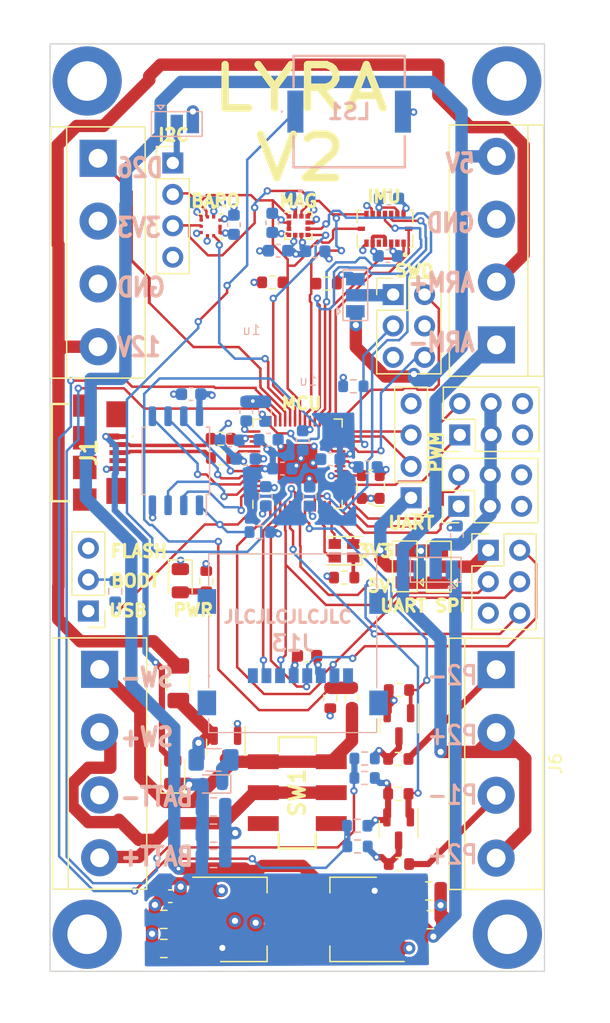
<source format=kicad_pcb>
(kicad_pcb (version 20221018) (generator pcbnew)
  (layers (0 "F.Cu" signal) (1 "In1.Cu" signal) (2 "In2.Cu" signal) (31 "B.Cu" signal) (34 "B.Paste" user) (35 "F.Paste" user) (36 "B.SilkS" user "B.Silkscreen") (37 "F.SilkS" user "F.Silkscreen") (38 "B.Mask" user) (39 "F.Mask" user) (44 "Edge.Cuts" user))
  (net 0 "")
  (net 1 "+12V")
  (net 2 "GND")
  (net 3 "+3V3")
  (net 4 "+5V")
  (net 5 "/SERVO PWR")
  (net 6 "Net-(U3-C1)")
  (net 7 "+1V1")
  (net 8 "VBUS")
  (net 9 "Net-(D2-A)")
  (net 10 "Net-(D3-A)")
  (net 11 "/LEDRED")
  (net 12 "/LEDGREEN")
  (net 13 "/LEDBLUE")
  (net 14 "Net-(Q1-S)")
  (net 15 "+12P")
  (net 16 "Net-(F2-Pad2)")
  (net 17 "/USB_D-")
  (net 18 "/USB_D+")
  (net 20 "/GPIO26")
  (net 21 "+BATT")
  (net 22 "/SPI PWR")
  (net 23 "/SPI0 SCLK")
  (net 24 "/SPI0 MOSI")
  (net 25 "/SPI0 MISO")
  (net 26 "/BRKOUT CS")
  (net 27 "/PYRO PWR")
  (net 28 "/P2-")
  (net 29 "/P1-")
  (net 30 "/SWD PWR")
  (net 31 "/SWCLK")
  (net 32 "/SWD")
  (net 33 "/RUN")
  (net 34 "/SERVO4")
  (net 35 "/SERVO3")
  (net 36 "/SERVO2")
  (net 37 "/SERVO1")
  (net 38 "/I2C PWR")
  (net 39 "/I2C1 SDA")
  (net 40 "/I2C1 SCL")
  (net 41 "/UART PWR")
  (net 42 "/UART0 TX")
  (net 43 "/UART0 RX")
  (net 44 "/BOOTSEL")
  (net 46 "/SD CS")
  (net 52 "/BUZZER")
  (net 53 "/P2 EN")
  (net 54 "Net-(Q2-D)")
  (net 55 "/P1 EN")
  (net 56 "Net-(Q3-D)")
  (net 57 "/P1 CONT")
  (net 58 "/P2 CONT")
  (net 59 "/BATT SENSE")
  (net 60 "/QSPI_SS")
  (net 61 "/RP USB_D+")
  (net 62 "/RP USB_D-")
  (net 65 "/MAG INT")
  (net 66 "/MAG DRDY")
  (net 67 "/BARO INT")
  (net 68 "/QSPI_SD1")
  (net 69 "/QSPI_SD2")
  (net 70 "/QSPI_SDO")
  (net 71 "/QSPI_SCLK")
  (net 72 "/QSPI_SD3")
  (net 73 "/XIN")
  (net 75 "/ACCEL INT1")
  (net 76 "/ACCEL INT2")
  (net 77 "/GYRO INT3")
  (net 78 "/GYRO INT4")
  (net 81 "+12VA")
  (footprint "Resistor_SMD:R_0603_1608Metric" (layer "F.Cu") (at 123.698 105.3084 180)
    (fp_text reference "R12")
    (fp_text value "R_Small")
  )
  (footprint "Connector_PinHeader_2.54mm:PinHeader_2x03_P2.54mm_Vertical" (layer "F.Cu") (at 135.3566 103.0986)
    (fp_text reference "J4")
    (fp_text value "Conn_02x03_Odd_Even")
  )
  (footprint "Connector_PinHeader_2.54mm:PinHeader_1x03_P2.54mm_Vertical" (layer "F.Cu") (at 102.9984 108.013999 180)
    (fp_text reference "J12")
    (fp_text value "Conn_01x03")
  )
  (footprint "Diode_SMD:D_0805_2012Metric" (layer "F.Cu") (at 109.825 121.05 90)
    (fp_text reference "D1")
    (fp_text value "D_Small")
  )
  (footprint "SnapEDA Library:XDCR_BMP390L" (layer "F.Cu") (at 112.8875 76.9)
    (fp_text reference "U4")
    (fp_text value "BMP390L")
  )
  (footprint "Package_TO_SOT_SMD:SOT-23" (layer "F.Cu") (at 128.1 125.6375 -90)
    (fp_text reference "Q3")
    (fp_text value "BSS138")
  )
  (footprint "Capacitor_SMD:C_0603_1608Metric" (layer "F.Cu") (at 120.7008 111.633 180)
    (fp_text reference "C14")
    (fp_text value "1u")
  )
  (footprint "Package_TO_SOT_SMD:SOT-223-3_TabPin2" (layer "F.Cu") (at 115.55 132.95)
    (fp_text reference "U1")
    (fp_text value "AZ1117-3.3")
  )
  (footprint "Package_LGA:LGA-12_2x2mm_P0.5mm" (layer "F.Cu") (at 119.9875 76.85)
    (fp_text reference "U3")
    (fp_text value "LIS3MDL")
  )
  (footprint "Connector_PinHeader_2.54mm:PinHeader_1x04_P2.54mm_Vertical" (layer "F.Cu") (at 109.8296 71.7804)
    (fp_text reference "J10")
    (fp_text value "Conn_01x04")
  )
  (footprint "LED_SMD:LED_0805_2012Metric" (layer "F.Cu") (at 110.4392 105.5624 -90)
    (fp_text reference "D2")
    (fp_text value "LED")
  )
  (footprint "Resistor_SMD:R_0603_1608Metric" (layer "F.Cu") (at 128.125 114.4)
    (fp_text reference "R2")
    (fp_text value "470R")
  )
  (footprint "TerminalBlock:TerminalBlock_bornier-4_P5.08mm" (layer "F.Cu") (at 135.9916 112.7506 -90)
    (fp_text reference "J6")
    (fp_text value "Screw_Terminal_01x04")
  )
  (footprint "Capacitor_SMD:C_0805_2012Metric" (layer "F.Cu") (at 130.55 130.65)
    (fp_text reference "C4")
    (fp_text value "10u")
  )
  (footprint "Resistor_SMD:R_0603_1608Metric" (layer "F.Cu") (at 128.075 119.975 180)
    (fp_text reference "R4")
    (fp_text value "10R")
  )
  (footprint "Connector_PinHeader_2.54mm:PinHeader_1x04_P2.54mm_Vertical" (layer "F.Cu") (at 129.1082 98.8568 180)
    (fp_text reference "J11")
    (fp_text value "Conn_01x04")
  )
  (footprint "SamacSys_Parts:JS202011SCQN" (layer "F.Cu") (at 119.9 122.7 90)
    (fp_text reference "SW1")
    (fp_text value "SW_Push_DPDT" hide)
  )
  (footprint "MountingHole:MountingHole_3.2mm_M3_DIN965_Pad" (layer "F.Cu") (at 136.9 134.15)
    (fp_text reference "H3")
    (fp_text value "MountingHole_Pad")
  )
  (footprint "Resistor_SMD:R_0603_1608Metric" (layer "F.Cu") (at 124.325 115.025 90)
    (fp_text reference "R10")
    (fp_text value "20k")
  )
  (footprint "TerminalBlock:TerminalBlock_bornier-4_P5.08mm" (layer "F.Cu") (at 103.9114 112.7252 -90)
    (fp_text reference "J3")
    (fp_text value "Screw_Terminal_01x04")
  )
  (footprint "MountingHole:MountingHole_3.2mm_M3_DIN965_Pad" (layer "F.Cu") (at 102.9 134.15)
    (fp_text reference "H4")
    (fp_text value "MountingHole_Pad")
  )
  (footprint "Resistor_SMD:R_0603_1608Metric" (layer "F.Cu") (at 128.075 122.8)
    (fp_text reference "R3")
    (fp_text value "470R")
  )
  (footprint "MountingHole:MountingHole_3.2mm_M3_DIN965_Pad" (layer "F.Cu") (at 136.85 65.15)
    (fp_text reference "H2")
    (fp_text value "MountingHole_Pad")
  )
  (footprint "Oscillator:Oscillator_SMD_ECS_2520MV-xxx-xx-4Pin_2.5x2.0mm" (layer "F.Cu") (at 125.8432 97.9784 180)
    (fp_text reference "X1")
    (fp_text value "ECS-2520MV-xxx-xx")
  )
  (footprint "Package_TO_SOT_SMD:SOT-23" (layer "F.Cu") (at 114.125 119.0375 -90)
    (fp_text reference "Q1")
    (fp_text value "AO3401A")
  )
  (footprint "Resistor_SMD:R_0603_1608Metric" (layer "F.Cu") (at 122.2756 81.534 180)
    (fp_text reference "R18")
    (fp_text value "2k2")
  )
  (footprint "TerminalBlock:TerminalBlock_bornier-4_P5.08mm" (layer "F.Cu") (at 103.7844 71.3994 -90)
    (fp_text reference "J2")
    (fp_text value "Screw_Terminal_01x04")
  )
  (footprint "Package_TO_SOT_SMD:SOT-223-3_TabPin2" (layer "F.Cu") (at 124.45 132.95 180)
    (fp_text reference "U2")
    (fp_text value "AZ1117-5.0")
  )
  (footprint "TerminalBlock:TerminalBlock_bornier-4_P5.08mm" (layer "F.Cu") (at 136.017 86.487 90)
    (fp_text reference "J5")
    (fp_text value "Screw_Terminal_01x04")
  )
  (footprint "Capacitor_SMD:C_0805_2012Metric" (layer "F.Cu") (at 130.675 132.975)
    (fp_text reference "C8")
    (fp_text value "22u")
  )
  (footprint "Jumper:SolderJumper-3_P1.3mm_Open_Pad1.0x1.5mm" (layer "F.Cu") (at 128.6 104.4 90)
    (fp_text reference "JP4")
    (fp_text value "SolderJumper_3_Open")
  )
  (footprint "SnapEDA Library:PQFN50P450X300X100-16N" (layer "F.Cu") (at 127 77.1 180)
    (fp_text reference "U7")
    (fp_text value "BMI088")
  )
  (footprint "Resistor_SMD:R_0603_1608Metric" (layer "F.Cu") (at 112.5392 105.5999 90)
    (fp_text reference "R1")
    (fp_text value "1k")
  )
  (footprint "Capacitor_SMD:C_0603_1608Metric" (layer "F.Cu") (at 109.625 131.075 180)
    (fp_text reference "C3")
    (fp_text value "1u")
  )
  (footprint "Capacitor_SMD:C_0805_2012Metric" (layer "F.Cu") (at 109.1 132.95 180)
    (fp_text reference "C2")
    (fp_text value "22u")
  )
  (footprint "Resistor_SMD:R_0603_1608Metric" (layer "F.Cu") (at 117.8814 81.4324)
    (fp_text reference "R17")
    (fp_text value "2k2")
  )
  (footprint "LED_SMD:LED_Cree-PLCC4_2x2mm_CW" (layer "F.Cu") (at 123.6846 103.1406 180)
    (fp_text reference "D3")
    (fp_text value "CLV1L-FKB")
  )
  (footprint "MountingHole:MountingHole_3.2mm_M3_DIN965_Pad" (layer "F.Cu") (at 102.9 65.15)
    (fp_text reference "H1")
    (fp_text value "MountingHole_Pad")
  )
  (footprint "SamacSys_Parts:101181920001LF" (layer "F.Cu") (at 102.8226 95.2004 -90)
    (fp_text reference "J1")
    (fp_text value "USB_B_Micro" hide)
  )
  (footprint "Resistor_SMD:R_0603_1608Metric" (layer "F.Cu") (at 113.7382 95.6436)
    (fp_text reference "R15")
    (fp_text value "27R")
  )
  (footprint "Connector_PinHeader_2.54mm:PinHeader_2x03_P2.54mm_Vertical" (layer "F.Cu") (at 132.969 99.5426 90)
    (fp_text reference "J9")
    (fp_text value "Conn_02x03_Odd_Even")
  )
  (footprint "Package_DFN_QFN:QFN-56-1EP_7x7mm_P0.4mm_EP3.2x3.2mm" (layer "F.Cu") (at 119.9219 96.0976 90)
    (fp_text reference "U6")
    (fp_text value "RP2040")
  )
  (footprint "Connector_PinHeader_2.54mm:PinHeader_2x03_P2.54mm_Vertical" (layer "F.Cu") (at 127.66 82.42)
    (fp_text reference "J7")
    (fp_text value "Conn_02x03_Odd_Even")
  )
  (footprint "Capacitor_SMD:C_0805_2012Metric" (layer "F.Cu") (at 109.1 135.3 180)
    (fp_text reference "C1")
    (fp_text value "10u")
  )
  (footprint "Fuse:Fuse_1206_3216Metric" (layer "F.Cu") (at 110.275 113.85 90)
    (fp_text reference "F1")
    (fp_text value "2a")
  )
  (footprint "Package_TO_SOT_SMD:SOT-23" (layer "F.Cu") (at 128.125 117.2125 -90)
    (fp_text reference "Q2")
    (fp_text value "BSS138")
  )
  (footprint "Connector_PinHeader_2.54mm:PinHeader_2x03_P2.54mm_Vertical" (layer "F.Cu") (at 133.0452 93.7768 90)
    (fp_text reference "J8")
    (fp_text value "Conn_02x03_Odd_Even")
  )
  (footprint "Jumper:SolderJumper-3_P1.3mm_Open_Pad1.0x1.5mm" (layer "F.Cu") (at 131.35 104.425 90)
    (fp_text reference "JP3")
    (fp_text value "SolderJumper_3_Open")
  )
  (footprint "Resistor_SMD:R_0603_1608Metric" (layer "F.Cu") (at 128.125 128.475 180)
    (fp_text reference "R5")
    (fp_text value "10R")
  )
  (footprint "Resistor_SMD:R_0603_1608Metric" (layer "F.Cu") (at 113.7158 94.0816 180)
    (fp_text reference "R16")
    (fp_text value "27R")
  )
  (footprint "Resistor_SMD:R_0603_1608Metric" (layer "F.Cu") (at 122.575 115.05 -90)
    (fp_text reference "R11")
    (fp_text value "6k")
  )
  (footprint "Jumper:SolderJumper-3_P1.3mm_Open_Pad1.0x1.5mm" (layer "B.Cu") (at 124.6 82.475 90)
    (fp_text reference "JP5")
    (fp_text value "SolderJumper_3_Open")
  )
  (footprint "Capacitor_SMD:C_0603_1608Metric" (layer "B.Cu") (at 127.325 74.65)
    (fp_text reference "C26")
    (fp_text value "100nf")
  )
  (footprint "Capacitor_SMD:C_0603_1608Metric" (layer "B.Cu") (at 117.875 76.625 90)
    (fp_text reference "C12")
    (fp_text value "100n")
  )
  (footprint "Capacitor_SMD:C_0603_1608Metric" (layer "B.Cu") (at 120.3452 94.2086 -90)
    (fp_text reference "C25")
    (fp_text value "100n")
  )
  (footprint "Package_SO:SOIC-8_5.23x5.23mm_P1.27mm" (layer "B.Cu") (at 110.0836 95.8596 90)
    (fp_text reference "U5")
    (fp_text value "W25Q128JVS")
  )
  (footprint "Capacitor_SMD:C_0603_1608Metric" (layer "B.Cu") (at 121.3612 78.9178)
    (fp_text reference "C13")
    (fp_text value "100n")
  )
  (footprint "Resistor_SMD:R_0603_1608Metric" (layer "B.Cu") (at 125.349 121.5138)
    (fp_text reference "R7")
    (fp_text value "6k")
  )
  (footprint "Capacitor_SMD:C_0603_1608Metric" (layer "B.Cu") (at 127.225 79.3 180)
    (fp_text reference "C28")
    (fp_text value "100nf")
  )
  (footprint "Capacitor_SMD:C_0603_1608Metric" (layer "B.Cu") (at 112.375 74.975 180)
    (fp_text reference "C16")
    (fp_text value "100n")
  )
  (footprint "Capacitor_SMD:C_0603_1608Metric" (layer "B.Cu") (at 118.35 78.875 180)
    (fp_text reference "C11")
    (fp_text value "100n")
  )
  (footprint "Capacitor_SMD:C_0603_1608Metric" (layer "B.Cu") (at 111.3158 90.4748 180)
    (fp_text reference "C18")
    (fp_text value "100n")
  )
  (footprint "Jumper:SolderJumper-3_P1.3mm_Open_Pad1.0x1.5mm" (layer "B.Cu") (at 110.15 68.625)
    (fp_text reference "JP2")
    (fp_text value "SolderJumper_3_Open")
  )
  (footprint "SamacSys_Parts:MEM20670218000A" (layer "B.Cu") (at 119.5324 115.443 180)
    (fp_text reference "J13")
    (fp_text value "MEM2067-02-180-00-A" hide)
  )
  (footprint "Resistor_SMD:R_0603_1608Metric" (layer "B.Cu") (at 124.775 127.05 180)
    (fp_text reference "R8")
    (fp_text value "20k")
  )
  (footprint "Capacitor_SMD:C_0805_2012Metric" (layer "B.Cu") (at 113.125 128.025)
    (fp_text reference "C5")
    (fp_text value "10u")
  )
  (footprint "Resistor_SMD:R_0603_1608Metric" (layer "B.Cu") (at 105.1734 106.409 90)
    (fp_text reference "R13")
    (fp_text value "1k")
  )
  (footprint "SamacSys_Parts:PKMCS0909E4000R1" (layer "B.Cu") (at 124.1 67.625)
    (fp_text reference "LS1")
    (fp_text value "PKMCS0909E4000-R1" hide)
  )
  (footprint "Resistor_SMD:R_0603_1608Metric" (layer "B.Cu") (at 125.349 119.9388 180)
    (fp_text reference "R6")
    (fp_text value "20k")
  )
  (footprint "Capacitor_SMD:C_0603_1608Metric" (layer "B.Cu") (at 125.5906 96.3676)
    (fp_text reference "C23")
    (fp_text value "100n")
  )
  (footprint "Capacitor_SMD:C_0603_1608Metric" (layer "B.Cu") (at 117.348 98.7298 90)
    (fp_text reference "C30")
    (fp_text value "100n")
  )
  (footprint "Jumper:SolderJumper-3_P1.3mm_Open_Pad1.0x1.5mm" (layer "B.Cu") (at 131.1 104.675 180)
    (fp_text reference "JP1")
    (fp_text value "SolderJumper_3_Open")
  )
  (footprint "Capacitor_SMD:C_0603_1608Metric" (layer "B.Cu") (at 115.7732 91.8588 90)
    (fp_text reference "C29")
    (fp_text value "100n")
  )
  (footprint "Capacitor_SMD:C_0603_1608Metric" (layer "B.Cu") (at 122.5804 95.7326 180)
    (fp_text reference "C17")
    (fp_text value "100n")
  )
  (footprint "Fuse:Fuse_1206_3216Metric" (layer "B.Cu") (at 113.125 120.05)
    (fp_text reference "F2")
    (fp_text value "200ma")
  )
  (footprint "Resistor_SMD:R_0603_1608Metric" (layer "B.Cu") (at 116.8654 101.6254 180)
    (fp_text reference "R14")
    (fp_text value "DNF")
  )
  (footprint "Capacitor_SMD:C_0603_1608Metric" (layer "B.Cu") (at 114.775 76.775 -90)
    (fp_text reference "C19")
    (fp_text value "100n")
  )
  (footprint "Capacitor_SMD:C_0603_1608Metric" (layer "B.Cu") (at 118.6942 96.4946)
    (fp_text reference "C15")
    (fp_text value "100n")
  )
  (footprint "Diode_SMD:D_0603_1608Metric" (layer "B.Cu") (at 113.0375 122 180)
    (fp_text reference "FB1")
    (fp_text value "FerriteBead_Small")
  )
  (footprint "Capacitor_SMD:C_0603_1608Metric" (layer "B.Cu") (at 132.8166 101.9048 90)
    (fp_text reference "C9")
    (fp_text value "1u")
  )
  (footprint "Capacitor_SMD:C_0805_2012Metric" (layer "B.Cu") (at 113.125 125.975)
    (fp_text reference "C6")
    (fp_text value "10u")
  )
  (footprint "Capacitor_SMD:C_0603_1608Metric" (layer "B.Cu") (at 117.5766 94.1578)
    (fp_text reference "C20")
    (fp_text value "1u")
  )
  (footprint "Resistor_SMD:R_0603_1608Metric" (layer "B.Cu") (at 124.4346 89.8398)
    (fp_text reference "R19")
    (fp_text value "10k")
  )
  (footprint "Resistor_SMD:R_0603_1608Metric" (layer "B.Cu") (at 124.749999 125.375)
    (fp_text reference "R9")
    (fp_text value "6k")
  )
  (footprint "Capacitor_SMD:C_0603_1608Metric" (layer "B.Cu") (at 115.7224 95.7072 180)
    (fp_text reference "C27")
    (fp_text value "100n")
  )
  (footprint "Capacitor_SMD:C_0603_1608Metric" (layer "B.Cu") (at 117.2972 91.8972 90)
    (fp_text reference "C22")
    (fp_text value "100n")
  )
  (footprint "Capacitor_SMD:C_0805_2012Metric" (layer "B.Cu") (at 113.125 123.85)
    (fp_text reference "C7")
    (fp_text value "1u")
  )
  (footprint "Capacitor_SMD:C_0603_1608Metric" (layer "B.Cu") (at 114.427 94.2086 180)
    (fp_text reference "C21")
    (fp_text value "1u")
  )
  (footprint "Capacitor_SMD:C_0603_1608Metric" (layer "B.Cu") (at 120.904 98.7552 90)
    (fp_text reference "C24")
    (fp_text value "100n")
  )
  (footprint "Capacitor_SMD:C_0603_1608Metric" (layer "B.Cu") (at 120.142 74.549 180)
    (fp_text reference "C10")
    (fp_text value "1u")
  )
  (gr_rect locked (start 99.9 62.15) (end 139.9 137.15) (stroke (width 0.1)) (fill none) (layer "Edge.Cuts"))
  (gr_text "5V\n\nGND\n\nARM+\n\nARM-" (at 134.4168 87.1728) (layer "B.SilkS") (effects (font (size 1.5 1.25) (thickness 0.3125) bold) (justify left bottom mirror)))
  (gr_text "JLCJLCJLCJLC" (at 113.8174 109.0676) (layer "B.SilkS") (effects (font (size 1 1) (thickness 0.25) bold) (justify left bottom)))
  (gr_text "D26\n\n3V3\n\nGND\n\n12V\n\n\n\n" (at 105.156 94.7928) (layer "B.SilkS") (effects (font (size 1.5 1.25) (thickness 0.3125) bold) (justify right bottom mirror)))
  (gr_text "P2-\n\nP2+\n\nP1-\n\nP2+" (at 130.3 128.6) (layer "B.SilkS") (effects (font (size 1.5 1.25) (thickness 0.25) bold) (justify right bottom mirror)))
  (gr_text "SW-\n\nSW+\n\nBATT-\n\nBATT+\n" (at 105.45 128.75) (layer "B.SilkS") (effects (font (size 1.5 1.25) (thickness 0.3125) bold) (justify right bottom mirror)))
  (gr_text "1u\n" (at 117 85.75) (layer "B.SilkS") (effects (font (size 0.8 0.8) (thickness 0.1) bold) (justify left bottom mirror)))
  (gr_text "1u\n" (at 121.6 89.85) (layer "B.SilkS") (effects (font (size 0.8 0.8) (thickness 0.1) bold) (justify left bottom mirror)))
  (gr_text "PWR" (at 109.7534 108.5342) (layer "F.SilkS") (effects (font (size 1 1) (thickness 0.25) bold) (justify left bottom)))
  (gr_text "BARO" (at 111.175 75.425) (layer "F.SilkS") (effects (font (size 1 1) (thickness 0.25) bold) (justify left bottom)))
  (gr_text "LYRA\nV2" (at 120.15942 73.415) (layer "F.SilkS") (effects (font (size 3.5 4) (thickness 0.6)) (justify bottom)))
  (gr_text "BOOT" (at 104.6984 106.159) (layer "F.SilkS") (effects (font (size 1 1) (thickness 0.25) bold) (justify left bottom)))
  (gr_text "MCU" (at 118.491 91.821) (layer "F.SilkS") (effects (font (size 1 1) (thickness 0.25) bold) (justify left bottom)))
  (gr_text "UART SPI\n" (at 126.475 108.175) (layer "F.SilkS") (effects (font (size 1 1) (thickness 0.25) bold) (justify left bottom)))
  (gr_text "PWM" (at 131.68 96.955 90) (layer "F.SilkS") (effects (font (size 1 1) (thickness 0.25) bold) (justify left bottom)))
  (gr_text "5V" (at 125.45 106.575) (layer "F.SilkS") (effects (font (size 1 1) (thickness 0.25) bold) (justify left bottom)))
  (gr_text "IMU" (at 125.425 75.075) (layer "F.SilkS") (effects (font (size 1 1) (thickness 0.25) bold) (justify left bottom)))
  (gr_text "SWD" (at 127.66 81.09) (layer "F.SilkS") (effects (font (size 1 1) (thickness 0.25) bold) (justify left bottom)))
  (gr_text "3V3" (at 124.675 103.75) (layer "F.SilkS") (effects (font (size 1 1) (thickness 0.25) bold) (justify left bottom)))
  (gr_text "I2C" (at 108.5088 70.104) (layer "F.SilkS") (effects (font (size 1 1) (thickness 0.25) bold) (justify left bottom)))
  (gr_text "FLASH\n" (at 104.6734 103.759) (layer "F.SilkS") (effects (font (size 1 1) (thickness 0.25) bold) (justify left bottom)))
  (gr_text "UART" (at 127.125 101.475) (layer "F.SilkS") (effects (font (size 1 1) (thickness 0.25) bold) (justify left bottom)))
  (gr_text "MAG" (at 118.325 75.45) (layer "F.SilkS") (effects (font (size 1 1) (thickness 0.25) bold) (justify left bottom)))
  (gr_text "USB" (at 104.5484 108.559) (layer "F.SilkS") (effects (font (size 1 1) (thickness 0.25) bold) (justify left bottom)))
  (segment (start 122.65 120.2) (end 117.15 120.2) (width 1) (layer "F.Cu") (net 1))
  (segment (start 107.2 121.397164) (end 107.2 116.06) (width 1) (layer "F.Cu") (net 1))
  (segment (start 114.35 120.544457) (end 111.450457 123.444) (width 1) (layer "F.Cu") (net 1))
  (segment (start 111.450457 123.444) (end 109.246836 123.444) (width 1) (layer "F.Cu") (net 1))
  (segment (start 114.35 120.2) (end 114.35 120.544457) (width 1) (layer "F.Cu") (net 1))
  (segment (start 117.15 120.2) (end 114.35 120.2) (width 1) (layer "F.Cu") (net 1))
  (segment (start 109.246836 123.444) (end 107.2 121.397164) (width 1) (layer "F.Cu") (net 1))
  (segment (start 107.2 116.06) (end 103.8 112.66) (width 1) (layer "F.Cu") (net 1))
  (segment (start 114.35 120.2) (end 114.125 119.975) (width 1) (layer "F.Cu") (net 1))
  (segment (start 124.325 118.525) (end 124.325 115.85) (width 1) (layer "F.Cu") (net 1))
  (segment (start 122.65 120.2) (end 124.325 118.525) (width 1) (layer "F.Cu") (net 1))
  (segment (start 114.0968 77.4446) (end 113.6946 77.4446) (width 0.254) (layer "F.Cu") (net 2))
  (segment (start 127.3 114.812898) (end 127.3 114.4) (width 0.5) (layer "F.Cu") (net 2))
  (segment (start 112.125 76.0824) (end 111.7854 75.7428) (width 0.254) (layer "F.Cu") (net 2))
  (segment (start 126.925 77.72) (end 126.075 77.72) (width 0.3) (layer "F.Cu") (net 2))
  (segment (start 119.225 76.6) (end 119.225 77.0454) (width 0.3) (layer "F.Cu") (net 2))
  (segment (start 127.175 115.791702) (end 127.726902 115.2398) (width 0.5) (layer "F.Cu") (net 2))
  (segment (start 127 77.795) (end 126.925 77.72) (width 0.3) (layer "F.Cu") (net 2))
  (segment (start 125.6698 75.2348) (end 125.5268 75.2348) (width 0.2) (layer "F.Cu") (net 2))
  (segment (start 125.916358 75.481358) (end 125.6698 75.2348) (width 0.2) (layer "F.Cu") (net 2))
  (segment (start 122.6754 97.0976) (end 122.6566 97.0788) (width 0.2) (layer "F.Cu") (net 2))
  (segment (start 118.8148 76.6) (end 119.225 76.6) (width 0.2) (layer "F.Cu") (net 2))
  (segment (start 127.6 135.25) (end 128.9254 135.25) (width 1) (layer "F.Cu") (net 2))
  (segment (start 126.5682 97.0534) (end 126.5936 97.0534) (width 0.5) (layer "F.Cu") (net 2))
  (segment (start 108.85 131.075) (end 108.85 131.307) (width 1) (layer "F.Cu") (net 2))
  (segment (start 121.446811 76.335715) (end 121.182526 76.6) (width 0.3) (layer "F.Cu") (net 2))
  (segment (start 126.2126 124.9172) (end 126.9328 124.9172) (width 0.5) (layer "F.Cu") (net 2))
  (segment (start 115.075 117.1324) (end 115.062 117.1194) (width 0.5) (layer "F.Cu") (net 2))
  (segment (start 108.15 134.1088) (end 108.1532 134.112) (width 1) (layer "F.Cu") (net 2))
  (segment (start 110.4392 103.9368) (end 110.4646 103.9114) (width 0.2) (layer "F.Cu") (net 2))
  (segment (start 127.175 116.275) (end 127.175 115.791702) (width 0.5) (layer "F.Cu") (net 2))
  (segment (start 131.4958 131.8006) (end 131.5 131.8048) (width 1) (layer "F.Cu") (net 2))
  (segment (start 121.4758 111.633) (end 121.4758 112.2556) (width 0.5) (layer "F.Cu") (net 2))
  (segment (start 108.3818 132.7182) (end 108.15 132.95) (width 1) (layer "F.Cu") (net 2))
  (segment (start 108.85 131.307) (end 108.3818 131.7752) (width 1) (layer "F.Cu") (net 2))
  (segment (start 126 75.935) (end 125.916358 75.851358) (width 0.2) (layer "F.Cu") (net 2))
  (segment (start 111.83 77.4) (end 111.76 77.47) (width 0.254) (layer "F.Cu") (net 2))
  (segment (start 108.15 132.95) (end 108.15 134.1088) (width 1) (layer "F.Cu") (net 2))
  (segment (start 126.075 77.72) (end 126 77.795) (width 0.3) (layer "F.Cu") (net 2))
  (segment (start 119.9219 96.0976) (end 119.9219 96.0289) (width 0.2) (layer "F.Cu") (net 2))
  (segment (start 126 78.8322) (end 126 78.265) (width 0.3) (layer "F.Cu") (net 2))
  (segment (start 127 78.265) (end 127 77.795) (width 0.3) (layer "F.Cu") (net 2))
  (segment (start 121.182526 76.6) (end 120.75 76.6) (width 0.3) (layer "F.Cu") (net 2))
  (segment (start 127.726902 115.2398) (end 127.3 114.812898) (width 0.5) (layer "F.Cu") (net 2))
  (segment (start 131.5 132.85) (end 131.625 132.975) (width 1) (layer "F.Cu") (net 2))
  (segment (start 104.5152 96.5004) (end 104.4702 96.5454) (width 0.2) (layer "F.Cu") (net 2))
  (segment (start 115.075 118.1) (end 115.075 117.1324) (width 0.5) (layer "F.Cu") (net 2))
  (segment (start 113.6946 77.4446) (end 113.65 77.4) (width 0.254) (layer "F.Cu") (net 2))
  (segment (start 131.5 131.8048) (end 131.5 132.85) (width 1) (layer "F.Cu") (net 2))
  (segment (start 127.25 122.043) (end 127.127 121.92) (width 0.5) (layer "F.Cu") (net 2))
  (segment (start 123.3594 97.0976) (end 122.6754 97.0976) (width 0.2) (layer "F.Cu") (net 2))
  (segment (start 127.3 116.15) (end 127.175 116.275) (width 0.5) (layer "F.Cu") (net 2))
  (segment (start 131.5 130.65) (end 131.5 131.7964) (width 1) (layer "F.Cu") (net 2))
  (segment (start 127.25 122.8) (end 127.25 122.043) (width 0.5) (layer "F.Cu") (net 2))
  (segment (start 120.1928 95.758) (end 120.1928 95.6564) (width 0.2) (layer "F.Cu") (net 2))
  (segment (start 127.25 122.8) (end 127.25 124.6) (width 0.5) (layer "F.Cu") (net 2))
  (segment (start 108.1532 134.112) (end 108.1532 135.2968) (width 1) (layer "F.Cu") (net 2))
  (segment (start 118.5926 76.3778) (end 118.8148 76.6) (width 0.2) (layer "F.Cu") (net 2))
  (segment (start 112.125 77.4) (end 111.83 77.4) (width 0.254) (layer "F.Cu") (net 2))
  (segment (start 128.9254 135.25) (end 128.9558 135.2804) (width 1) (layer "F.Cu") (net 2))
  (segment (start 128.5 75.6398) (end 128.5 75.935) (width 0.3) (layer "F.Cu") (net 2))
  (segment (start 127.25 124.6) (end 127.15 124.7) (width 0.5) (layer "F.Cu") (net 2))
  (segment (start 120.2944 95.6564) (end 121.2596 94.6912) (width 0.2) (layer "F.Cu") (net 2))
  (segment (start 105.3826 96.5004) (end 104.5152 96.5004) (width 0.2) (layer "F.Cu") (net 2))
  (segment (start 131.5 131.7964) (end 131.4958 131.8006) (width 1) (layer "F.Cu") (net 2))
  (segment (start 120.1928 95.6564) (end 120.2944 95.6564) (width 0.2) (layer "F.Cu") (net 2))
  (segment (start 119.9219 96.0289) (end 120.1928 95.758) (width 0.2) (layer "F.Cu") (net 2))
  (segment (start 122.575 115.875) (end 122.575 116.4644) (width 0.5) (layer "F.Cu") (net 2))
  (segment (start 122.575 116.4644) (end 122.555 116.4844) (width 0.5) (layer "F.Cu") (net 2))
  (segment (start 125.916358 75.851358) (end 125.916358 75.481358) (width 0.2) (layer "F.Cu") (net 2))
  (segment (start 112.125 76.4) (end 112.125 76.0824) (width 0.254) (layer "F.Cu") (net 2))
  (segment (start 127.3 114.4) (end 127.3 116.15) (width 0.5) (layer "F.Cu") (net 2))
  (segment (start 126.9328 124.9172) (end 127.15 124.7) (width 0.5) (layer "F.Cu") (net 2))
  (segment (start 126.5936 97.0534) (end 127.0762 96.5708) (width 0.5) (layer "F.Cu") (net 2))
  (segment (start 126.0856 78.9178) (end 126 78.8322) (width 0.3) (layer "F.Cu") (net 2))
  (segment (start 128.7018 75.438) (end 128.5 75.6398) (width 0.3) (layer "F.Cu") (net 2))
  (segment (start 113.65 76.9) (end 113.65 77.4) (width 0.254) (layer "F.Cu") (net 2))
  (segment (start 113.7488 130.65) (end 113.792 130.6068) (width 1) (layer "F.Cu") (net 2))
  (segment (start 121.4758 112.2556) (end 121.5898 112.3696) (width 0.5) (layer "F.Cu") (net 2))
  (segment (start 112.4 130.65) (end 113.7488 130.65) (width 1) (layer "F.Cu") (net 2))
  (segment (start 108.3818 131.7752) (end 108.3818 132.7182) (width 1) (layer "F.Cu") (net 2))
  (segment (start 110.4392 104.6249) (end 110.4392 103.9368) (width 0.2) (layer "F.Cu") (net 2))
  (segment (start 119.7375 75.4653) (end 119.7375 76.0875) (width 0.3) (layer "F.Cu") (net 2))
  (segment (start 119.6086 75.3364) (end 119.7375 75.4653) (width 0.3) (layer "F.Cu") (net 2))
  (segment (start 126 77.795) (end 126 78.265) (width 0.3) (layer "F.Cu") (net 2))
  (segment (start 108.1532 135.2968) (end 108.15 135.3) (width 1) (layer "F.Cu") (net 2))
  (via (at 114.8842 125.9586) (size 1) (drill 0.5) (layers "F.Cu" "B.Cu") (net 2))
  (via (at 118.5672 94.6912) (size 0.6) (drill 0.3) (layers "F.Cu" "B.Cu") (net 2))
  (via (at 125.5268 75.2348) (size 0.6) (drill 0.3) (layers "F.Cu" "B.Cu") (net 2))
  (via (at 108.1532 134.112) (size 1) (drill 0.5) (layers "F.Cu" "B.Cu") (net 2))
  (via (at 132.280491 101.27748) (size 0.6) (drill 0.3) (layers "F.Cu" "B.Cu") (net 2))
  (via (at 111.76 77.47) (size 0.6) (drill 0.3) (layers "F.Cu" "B.Cu") (net 2))
  (via (at 109.9058 90.4748) (size 0.6) (drill 0.3) (layers "F.Cu" "B.Cu") (net 2))
  (via (at 131.4958 131.8006) (size 1) (drill 0.5) (layers "F.Cu" "B.Cu") (net 2))
  (via (at 127.0762 96.5708) (size 0.6) (drill 0.3) (layers "F.Cu" "B.Cu") (net 2))
  (via (at 129.3114 67.6656) (size 0.6) (drill 0.3) (layers "F.Cu" "B.Cu") (net 2))
  (via (at 116.8654 78.8924) (size 0.6) (drill 0.3) (layers "F.Cu" "B.Cu") (net 2))
  (via (at 122.4788 79.5274) (size 0.6) (drill 0.3) (layers "F.Cu" "B.Cu") (net 2))
  (via (at 119.6086 75.3364) (size 0.6) (drill 0.3) (layers "F.Cu" "B.Cu") (net 2))
  (via (at 122.555 116.4844) (size 0.6) (drill 0.3) (layers "F.Cu" "B.Cu") (net 2))
  (via (at 121.5898 112.3696) (size 0.6) (drill 0.3) (layers "F.Cu" "B.Cu") (net 2))
  (via (at 116.3066 91.0336) (size 0.6) (drill 0.3) (layers "F.Cu" "B.Cu") (net 2))
  (via (at 128.7018 75.438) (size 0.6) (drill 0.3) (layers "F.Cu" "B.Cu") (net 2))
  (via (at 115.062 117.1194) (size 0.6) (drill 0.3) (layers "F.Cu" "B.Cu") (net 2))
  (via (at 121.446811 76.335715) (size 0.6) (drill 0.3) (layers "F.Cu" "B.Cu") (net 2))
  (via (at 119.826788 96.252504) (size 0.6) (drill 0.3) (layers "F.Cu" "B.Cu") (net 2))
  (via (at 108.3818 131.7752) (size 1) (drill 0.5) (layers "F.Cu" "B.Cu") (net 2))
  (via (at 121.1834 96.0374) (size 0.6) (drill 0.3) (layers "F.Cu" "B.Cu") (net 2))
  (via (at 128.9558 135.2804) (size 1) (drill 0.5) (layers "F.Cu" "B.Cu") (net 2))
  (via (at 118.5926 76.3778) (size 0.6) (drill 0.3) (layers "F.Cu" "B.Cu") (net 2))
  (via (at 127.127 121.92) (size 0.6) (drill 0.3) (layers "F.Cu" "B.Cu") (net 2))
  (via (at 122.6566 97.0788) (size 0.6) (drill 0.3) (layers "F.Cu" "B.Cu") (net 2))
  (via (at 121.2596 94.6912) (size 0.6) (drill 0.3) (layers "F.Cu" "B.Cu") (net 2))
  (via (at 126.2126 124.9172) (size 0.6) (drill 0.3) (layers "F.Cu" "B.Cu") (net 2))
  (via (at 127.726902 115.2398) (size 0.6) (drill 0.3) (layers "F.Cu" "B.Cu") (net 2))
  (via (at 114.0968 77.4446) (size 0.6) (drill 0.3) (layers "F.Cu" "B.Cu") (net 2))
  (via (at 120.8786 97.3074) (size 0.6) (drill 0.3) (layers "F.Cu" "B.Cu") (net 2))
  (via (at 110.4646 103.9114) (size 0.6) (drill 0.3) (layers "F.Cu" "B.Cu") (net 2))
  (via (at 120.1928 95.6564) (size 0.6) (drill 0.3) (layers "F.Cu" "B.Cu") (net 2))
  (via (at 114.3254 92.837) (size 0.6) (drill 0.3) (layers "F.Cu" "B.Cu") (net 2))
  (via (at 104.4702 96.5454) (size 0.6) (drill 0.3) (layers "F.Cu" "B.Cu") (net 2))
  (via (at 118.0338 98.044) (size 0.6) (drill 0.3) (layers "F.Cu" "B.Cu") (net 2))
  (via (at 115.5479 95.9104) (size 0.6) (drill 0.3) (layers "F.Cu" "B.Cu") (net 2))
  (via (at 111.7854 75.7428) (size 0.6) (drill 0.3) (layers "F.Cu" "B.Cu") (net 2))
  (via (at 108.204 100.457) (size 0.6) (drill 0.3) (layers "F.Cu" "B.Cu") (net 2))
  (via (at 126.0856 78.9178) (size 0.6) (drill 0.3) (layers "F.Cu" "B.Cu") (net 2))
  (via (at 113.792 130.6068) (size 1) (drill 0.5) (layers "F.Cu" "B.Cu") (net 2))
  (segment (start 128.7018 75.2518) (end 128.1 74.65) (width 0.3) (layer "B.Cu") (net 2))
  (segment (start 113.652 94.4118) (end 114.9474 95.7072) (width 0.5) (layer "B.Cu") (net 2))
  (segment (start 117.983 98.044) (end 117.8814 97.9424) (width 0.2) (layer "B.Cu") (net 2))
  (segment (start 110.5408 90.4748) (end 109.9058 90.4748) (width 0.5) (layer "B.Cu") (net 2))
  (segment (start 115.7853 91.0717) (end 117.2972 91.0717) (width 1) (layer "B.Cu") (net 2))
  (segment (start 132.969 101.0282) (end 132.529771 101.0282) (width 0.5) (layer "B.Cu") (net 2))
  (segment (start 126.259532 79.109532) (end 126.45 79.3) (width 0.3) (layer "B.Cu") (net 2))
  (segment (start 115.3447 95.7072) (end 114.9474 95.7072) (width 0.5) (layer "B.Cu") (net 2))
  (segment (start 115.5479 95.9104) (end 115.3447 95.7072) (width 0.5) (layer "B.Cu") (net 2))
  (segment (start 122.1362 78.9178) (end 122.1362 79.1848) (width 0.5) (layer "B.Cu") (net 2))
  (segment (start 114.075 123.85) (end 114.075 128.025) (width 1) (layer "B.Cu") (net 2))
  (segment (start 125.7548 125.375) (end 126.2126 124.9172) (width 0.5) (layer "B.Cu") (net 2))
  (segment (start 126.259532 79.026823) (end 126.259532 79.109532) (width 0.3) (layer "B.Cu") (net 2))
  (segment (start 114.075 125.975) (end 114.8678 125.975) (width 1) (layer "B.Cu") (net 2))
  (segment (start 118.0338 98.044) (end 117.983 98.044) (width 0.2) (layer "B.Cu") (net 2))
  (segment (start 114.3254 92.837) (end 113.652 93.5104) (width 0.2) (layer "B.Cu") (net 2))
  (segment (start 126.5688 96.5708) (end 126.3656 96.3676) (width 0.5) (layer "B.Cu") (net 2))
  (segment (start 132.529771 101.0282) (end 132.280491 101.27748) (width 0.5) (layer "B.Cu") (net 2))
  (segment (start 114.8678 125.975) (end 114.8842 125.9586) (width 1) (layer "B.Cu") (net 2))
  (segment (start 128.7018 75.438) (end 128.7018 75.2518) (width 0.3) (layer "B.Cu") (net 2))
  (segment (start 114.2022 77.55) (end 114.0968 77.4446) (width 0.254) (layer "B.Cu") (net 2))
  (segment (start 127.0762 96.5708) (end 126.5688 96.5708) (width 0.5) (layer "B.Cu") (net 2))
  (segment (start 126.5802 121.92) (end 126.174 121.5138) (width 0.5) (layer "B.Cu") (net 2))
  (segment (start 121.5898 112.3696) (end 121.5898 113.0254) (width 0.5) (layer "B.Cu") (net 2))
  (segment (start 111.7854 75.1604) (end 111.6 74.975) (width 0.254) (layer "B.Cu") (net 2))
  (segment (start 108.1786 100.4316) (end 108.204 100.457) (width 0.5) (layer "B.Cu") (net 2))
  (segment (start 117.875 75.85) (end 118.0648 75.85) (width 0.2) (layer "B.Cu") (net 2))
  (segment (start 116.8828 78.875) (end 116.8654 78.8924) (width 0.5) (layer "B.Cu") (net 2))
  (segment (start 113.652 93.5104) (end 113.652 94.2086) (width 0.2) (layer "B.Cu") (net 2))
  (segment (start 129.2708 67.625) (end 129.3114 67.6656) (width 0.5) (layer "B.Cu") (net 2))
  (segment (start 119.367 75.0948) (end 119.6086 75.3364) (width 0.3) (layer "B.Cu") (net 2))
  (segment (start 114.775 77.55) (end 114.2022 77.55) (width 0.254) (layer "B.Cu") (net 2))
  (segment (start 127.127 121.92) (end 126.5802 121.92) (width 0.5) (layer "B.Cu") (net 2))
  (segment (start 121.5898 113.0254) (end 121.8074 113.243) (width 0.5) (layer "B.Cu") (net 2))
  (segment (start 125.574999 125.375) (end 125.7548 125.375) (width 0.5) (layer "B.Cu") (net 2))
  (segment (start 117.575 78.875) (end 116.8828 78.875) (width 0.5) (layer "B.Cu") (net 2))
  (segment (start 118.0648 75.85) (end 118.5926 76.3778) (width 0.2) (layer "B.Cu") (net 2))
  (segment (start 113.652 94.2086) (end 113.652 94.4118) (width 0.5) (layer "B.Cu") (net 2))
  (segment (start 122.1362 79.1848) (end 122.445377 79.493977) (width 0.5) (layer "B.Cu") (net 2))
  (segment (start 122.445377 79.493977) (end 122.4788 79.493977) (width 0.5) (layer "B.Cu") (net 2))
  (segment (start 119.367 74.549) (end 119.367 75.0948) (width 0.3) (layer "B.Cu") (net 2))
  (segment (start 108.1786 99.4596) (end 108.1786 100.4316) (width 0.5) (layer "B.Cu") (net 2))
  (segment (start 111.7854 75.7428) (end 111.7854 75.1604) (width 0.254) (layer "B.Cu") (net 2))
  (segment (start 128.45 67.625) (end 129.2708 67.625) (width 0.5) (layer "B.Cu") (net 2))
  (segment (start 115.8242 93.4976) (end 115.6462 93.3196) (width 0.2) (layer "F.Cu") (net 3))
  (segment (start 119.7375 77.997525) (end 119.616586 78.118439) (width 0.2) (layer "F.Cu") (net 3))
  (segment (start 128 75.6252) (end 127.761143 75.386343) (width 0.2) (layer "F.Cu") (net 3))
  (segment (start 110.4646 130.302) (end 110.4 132.6) (width 1) (layer "F.Cu") (net 3))
  (segment (start 112.6375 78.061017) (end 112.606936 78.091581) (width 0.254) (layer "F.Cu") (net 3))
  (segment (start 110.4 132.6) (end 110.05 132.95) (width 1) (layer "F.Cu") (net 3))
  (segment (start 117.3219 99.9243) (end 117.3219 99.5351) (width 0.2) (layer "F.Cu") (net 3))
  (segment (start 120.75 76.0492) (end 121.2342 75.565) (width 0.3) (layer "F.Cu") (net 3))
  (segment (start 119.7102 112.395) (end 119.7102 111.8486) (width 0.5) (layer "F.Cu") (net 3))
  (segment (start 127.761143 75.386343) (end 126.516358 75.386343) (width 0.2) (layer "F.Cu") (net 3))
  (segment (start 124.33641 96.233599) (end 124.011848 95.909037) (width 0.2) (layer "F.Cu") (net 3))
  (segment (start 120.2375 77.6125) (end 120.2375 78.1243) (width 0.2) (layer "F.Cu") (net 3))
  (segment (start 121.14694 100.354382) (end 120.9219 100.129342) (width 0.2) (layer "F.Cu") (net 3))
  (segment (start 126.5 75.935) (end 126.5 75.402701) (width 0.3) (layer "F.Cu") (net 3))
  (segment (start 120.9219 100.129342) (end 120.9219 99.5351) (width 0.2) (layer "F.Cu") (net 3))
  (segment (start 122.386822 105.2576) (end 122.318511 105.189289) (width 0.5) (layer "F.Cu") (net 3))
  (segment (start 127.5 78.769699) (end 127.5 78.265) (width 0.3) (layer "F.Cu") (net 3))
  (segment (start 128.625 103.125) (end 128.6 103.1) (width 1) (layer "F.Cu") (net 3))
  (segment (start 119.7102 111.8486) (end 119.9258 111.633) (width 0.5) (layer "F.Cu") (net 3))
  (segment (start 128 75.935) (end 128 75.6252) (width 0.2) (layer "F.Cu") (net 3))
  (segment (start 123.1006 81.217) (end 123.4948 80.8228) (width 0.5) (layer "F.Cu") (net 3))
  (segment (start 115.847926 93.8976) (end 116.4844 93.8976) (width 0.2) (layer "F.Cu") (net 3))
  (segment (start 110.4 131.075) (end 110.4646 130.302) (width 1) (layer "F.Cu") (net 3))
  (segment (start 112.6375 77.6625) (end 112.6375 78.061017) (width 0.254) (layer "F.Cu") (net 3))
  (segment (start 116.978988 95.8976) (end 116.4844 95.8976) (width 0.2) (layer "F.Cu") (net 3))
  (segment (start 112.4 132.95) (end 110.05 132.95) (width 1) (layer "F.Cu") (net 3))
  (segment (start 122.937 105.2576) (end 122.386822 105.2576) (width 0.5) (layer "F.Cu") (net 3))
  (segment (start 130.175 103.125) (end 128.625 103.125) (width 1) (layer "F.Cu") (net 3))
  (segment (start 130.175 103.125) (end 129.921164 103.125) (width 1) (layer "F.Cu") (net 3))
  (segment (start 120.9219 93.051153) (end 120.9219 92.6601) (width 0.2) (layer "F.Cu") (net 3))
  (segment (start 113.65 76.4) (end 113.9222 76.4) (width 0.254) (layer "F.Cu") (net 3))
  (segment (start 125.5 78.265) (end 125.202305 78.562695) (width 0.2) (layer "F.Cu") (net 3))
  (segment (start 129.921164 103.125) (end 129.9005 103.145664) (width 1) (layer "F.Cu") (net 3))
  (segment (start 117.172349 95.704239) (end 116.978988 95.8976) (width 0.2) (layer "F.Cu") (net 3))
  (segment (start 117.0686 92.1004) (end 117.0686 92.4068) (width 0) (layer "F.Cu") (net 3))
  (segment (start 124.011848 95.909037) (end 123.370837 95.909037) (width 0.2) (layer "F.Cu") (net 3))
  (segment (start 116.4844 93.4976) (end 115.8242 93.4976) (width 0.2) (layer "F.Cu") (net 3))
  (segment (start 117.094 100.1522) (end 117.3219 99.9243) (width 0.2) (layer "F.Cu") (net 3))
  (segment (start 117.0564 81.4324) (end 116.4082 81.4324) (width 0.5) (layer "F.Cu") (net 3))
  (segment (start 116.96571 95.4976) (end 116.4844 95.4976) (width 0.2) (layer "F.Cu") (net 3))
  (segment (start 112.5392 104.208) (end 112.522 104.1908) (width 0.2) (layer "F.Cu") (net 3))
  (segment (start 127.648892 78.918591) (end 127.5 78.769699) (width 0.3) (layer "F.Cu") (net 3))
  (segment (start 126.5 75.402701) (end 126.516358 75.386343) (width 0.3) (layer "F.Cu") (net 3))
  (segment (start 120.75 76.1) (end 120.75 76.0492) (width 0.3) (layer "F.Cu") (net 3))
  (segment (start 125.1182 98.9034) (end 126.5682 98.9034) (width 0.5) (layer "F.Cu") (net 3))
  (segment (start 131.35 103.125) (end 130.175 103.125) (width 1) (layer "F.Cu") (net 3))
  (segment (start 113.1375 75.699579) (end 113.151017 75.686062) (width 0.254) (layer "F.Cu") (net 3))
  (segment (start 123.1006 81.534) (end 123.1006 81.217) (width 0.5) (layer "F.Cu") (net 3))
  (segment (start 123.370837 95.909037) (end 123.3594 95.8976) (width 0.2) (layer "F.Cu") (net 3))
  (segment (start 113.9222 76.4) (end 114.0206 76.3016) (width 0.254) (layer "F.Cu") (net 3))
  (segment (start 117.172349 95.704239) (end 116.96571 95.4976) (width 0.2) (layer "F.Cu") (net 3))
  (segment (start 125.202305 78.562695) (end 125.202305 78.848368) (width 0.2) (layer "F.Cu") (net 3))
  (segment (start 112.5392 104.7749) (end 112.5392 104.208) (width 0.2) (layer "F.Cu") (net 3))
  (segment (start 120.9802 93.109453) (end 120.9219 93.051153) (width 0.2) (layer "F.Cu") (net 3))
  (segment (start 113.1375 76.1375) (end 113.1375 75.699579) (width 0.254) (layer "F.Cu") (net 3))
  (segment (start 119.7375 77.6125) (end 119.7375 77.997525) (width 0.2) (layer "F.Cu") (net 3))
  (segment (start 117.0686 92.4068) (end 117.3219 92.6601) (width 0) (layer "F.Cu") (net 3))
  (segment (start 120.2375 78.1243) (end 120.3198 78.2066) (width 0.2) (layer "F.Cu") (net 3))
  (segment (start 115.690956 94.05457) (end 115.847926 93.8976) (width 0.2) (layer "F.Cu") (net 3))
  (via (at 121.2342 75.565) (size 0.6) (drill 0.3) (layers "F.Cu" "B.Cu") (net 3))
  (via (at 122.318511 105.189289) (size 0.6) (drill 0.3) (layers "F.Cu" "B.Cu") (net 3))
  (via (at 111.4552 67.6148) (size 1) (drill 0.5) (layers "F.Cu" "B.Cu") (net 3))
  (via (at 120.91965 93.332418) (size 0.6) (drill 0.3) (layers "F.Cu" "B.Cu") (net 3))
  (via (at 113.151017 75.686062) (size 0.6) (drill 0.3) (layers "F.Cu" "B.Cu") (net 3))
  (via (at 115.6462 93.3196) (size 0.6) (drill 0.3) (layers "F.Cu" "B.Cu") (net 3))
  (via (at 116.4082 81.4324) (size 0.6) (drill 0.3) (layers "F.Cu" "B.Cu") (net 3))
  (via (at 112.606936 78.091581) (size 0.6) (drill 0.3) (layers "F.Cu" "B.Cu") (net 3))
  (via (at 118.3635 101.769209) (size 0.6) (drill 0.3) (layers "F.Cu" "B.Cu") (net 3))
  (via (at 124.33641 96.233599) (size 0.6) (drill 0.3) (layers "F.Cu" "B.Cu") (net 3))
  (via (at 123.6218 89.1286) (size 0.6) (drill 0.3) (layers "F.Cu" "B.Cu") (net 3))
  (via (at 121.14694 100.354382) (size 0.6) (drill 0.3) (layers "F.Cu" "B.Cu") (net 3))
  (via (at 114.0206 76.3016) (size 0.6) (drill 0.3) (layers "F.Cu" "B.Cu") (net 3))
  (via (at 125.202305 78.848368) (size 0.6) (drill 0.3) (layers "F.Cu" "B.Cu") (net 3))
  (via (at 120.3198 78.2066) (size 0.6) (drill 0.3) (layers "F.Cu" "B.Cu") (net 3))
  (via (at 127.648892 78.918591) (size 0.6) (drill 0.3) (layers "F.Cu" "B.Cu") (net 3))
  (via (at 112.522 104.1908) (size 0.6) (drill 0.3) (layers "F.Cu" "B.Cu") (net 3))
  (via (at 114.7826 75.3618) (size 0.6) (drill 0.3) (layers "F.Cu" "B.Cu") (net 3))
  (via (at 117.094 100.1522) (size 0.6) (drill 0.3) (layers "F.Cu" "B.Cu") (net 3))
  (via (at 126.516358 75.386343) (size 0.6) (drill 0.3) (layers "F.Cu" "B.Cu") (net 3))
  (via (at 119.7864 79.1464) (size 0.6) (drill 0.3) (layers "F.Cu" "B.Cu") (net 3))
  (via (at 116.5352 133.223) (size 1) (drill 0.5) (layers "F.Cu" "B.Cu") (net 3))
  (via (at 119.616586 78.118439) (size 0.6) (drill 0.3) (layers "F.Cu" "B.Cu") (net 3))
  (via (at 129.9005 103.145664) (size 1) (drill 0.5) (layers "F.Cu" "B.Cu") (net 3))
  (via (at 115.690956 94.05457) (size 0.6) (drill 0.3) (layers "F.Cu" "B.Cu") (net 3))
  (via (at 114.8588 133.0706) (size 1) (drill 0.5) (layers "F.Cu" "B.Cu") (net 3))
  (via (at 110.4646 130.302) (size 1) (drill 0.5) (layers "F.Cu" "B.Cu") (net 3))
  (via (at 125.857 98.9034) (size 0.6) (drill 0.3) (layers "F.Cu" "B.Cu") (net 3))
  (via (at 113.003726 90.565904) (size 0.6) (drill 0.3) (layers "F.Cu" "B.Cu") (net 3))
  (via (at 117.0686 92.1004) (size 0.6) (drill 0.3) (layers "F.Cu" "B.Cu") (net 3))
  (via (at 119.7102 112.395) (size 0.6) (drill 0.3) (layers "F.Cu" "B.Cu") (net 3))
  (via (at 113.8428 74.9808) (size 0.6) (drill 0.3) (layers "F.Cu" "B.Cu") (net 3))
  (via (at 117.172349 95.704239) (size 0.6) (drill 0.3) (layers "F.Cu" "B.Cu") (net 3))
  (via (at 123.4948 80.8228) (size 0.6) (drill 0.3) (layers "F.Cu" "B.Cu") (net 3))
  (segment (start 119.6074 113.243) (end 119.6074 112.4978) (width 0.5) (layer "B.Cu") (net 3))
  (segment (start 119.7864 79.1464) (end 120.3576 79.1464) (width 0.5) (layer "B.Cu") (net 3))
  (segment (start 113.151017 75.686062) (end 113.151017 74.976017) (width 0.254) (layer "B.Cu") (net 3))
  (segment (start 126.516358 74.683642) (end 126.55 74.65) (width 0.3) (layer "B.Cu") (net 3))
  (segment (start 112.912622 90.4748) (end 113.003726 90.565904) (width 0.5) (layer "B.Cu") (net 3))
  (segment (start 121.14694 100.354382) (end 120.904 100.111442) (width 0.2) (layer "B.Cu") (net 3))
  (segment (start 121.2342 74.8662) (end 120.917 74.549) (width 0.3) (layer "B.Cu") (net 3))
  (segment (start 120.3198 78.2066) (end 120.3198 78.6514) (width 0.5) (layer "B.Cu") (net 3))
  (segment (start 118.219691 101.6254) (end 117.6904 101.6254) (width 0.5) (layer "B.Cu") (net 3))
  (segment (start 117.094 99.7588) (end 117.348 99.5048) (width 0.2) (layer "B.Cu") (net 3))
  (segment (start 119.125 78.875) (end 119.515 78.875) (width 0.5) (layer "B.Cu") (net 3))
  (segment (start 117.0686 92.4436) (end 117.2972 92.6722) (width 0) (layer "B.Cu") (net 3))
  (segment (start 114.775 75.3694) (end 114.7826 75.3618) (width 0.5) (layer "B.Cu") (net 3))
  (segment (start 113.837 74.975) (end 113.8428 74.9808) (width 0.5) (layer "B.Cu") (net 3))
  (segment (start 112.0908 90.4748) (end 112.912622 90.4748) (width 0.5) (layer "B.Cu") (net 3))
  (segment (start 121.2342 75.565) (end 121.2342 74.8662) (width 0.3) (layer "B.Cu") (net 3))
  (segment (start 114.4734 76.3016) (end 114.775 76) (width 0.254) (layer "B.Cu") (net 3))
  (segment (start 120.904 100.111442) (end 120.904 99.5302) (width 0.2) (layer "B.Cu") (net 3))
  (segment (start 111.45 68.625) (end 111.45 67.62) (width 1) (layer "B.Cu") (net 3))
  (segment (start 111.9886 92.2596) (end 111.9886 90.577) (width 0.5) (layer "B.Cu") (net 3))
  (segment (start 119.616586 78.118439) (end 119.616586 78.383414) (width 0.2) (layer "B.Cu") (net 3))
  (segment (start 119.616586 78.383414) (end 119.125 78.875) (width 0.2) (layer "B.Cu") (net 3))
  (segment (start 124.2478 80.8228) (end 124.6 81.175) (width 0.5) (layer "B.Cu") (net 3))
  (segment (start 114.0206 76.3016) (end 114.4734 76.3016) (width 0.254) (layer "B.Cu") (net 3))
  (segment (start 118.3635 101.769209) (end 118.219691 101.6254) (width 0.5) (layer "B.Cu") (net 3))
  (segment (start 129.9005 103.145664) (end 129.9005 104.5745) (width 0.5) (layer "B.Cu") (net 3))
  (segment (start 113.151017 74.976017) (end 113.15 74.975) (width 0.254) (layer "B.Cu") (net 3))
  (segment (start 119.6074 112.4978) (end 119.7102 112.395) (width 0.5) (layer "B.Cu") (net 3))
  (segment (start 117.094 100.1522) (end 117.094 99.7588) (width 0.2) (layer "B.Cu") (net 3))
  (segment (start 117.0686 92.1004) (end 117.0686 92.4436) (width 0) (layer "B.Cu") (net 3))
  (segment (start 114.775 76) (end 114.775 75.3694) (width 0.5) (layer "B.Cu") (net 3))
  (segment (start 129.9005 104.5745) (end 129.8 104.675) (width 0.5) (layer "B.Cu") (net 3))
  (segment (start 120.3576 79.1464) (end 120.5862 78.9178) (width 0.5) (layer "B.Cu") (net 3))
  (segment (start 123.6096 89.8398) (end 123.6096 89.1408) (width 0.2) (layer "B.Cu") (net 3))
  (segment (start 126.516358 75.386343) (end 126.516358 74.683642) (width 0.3) (layer "B.Cu") (net 3))
  (segment (start 111.9886 90.577) (end 112.0908 90.4748) (width 0.5) (layer "B.Cu") (net 3))
  (segment (start 117.172349 95.704239) (end 116.500361 95.704239) (width 0.2) (layer "B.Cu") (net 3))
  (segment (start 116.500361 95.704239) (end 116.4974 95.7072) (width 0.2) (layer "B.Cu") (net 3))
  (segment (start 123.6096 89.1408) (end 123.6218 89.1286) (width 0.2) (layer "B.Cu") (net 3))
  (segment (start 113.15 74.975) (end 113.837 74.975) (width 0.5) (layer "B.Cu") (net 3))
  (segment (start 120.3198 78.6514) (end 120.5862 78.9178) (width 0.5) (layer "B.Cu") (net 3))
  (segment (start 119.515 78.875) (end 119.7864 79.1464) (width 0.5) (layer "B.Cu") (net 3))
  (segment (start 111.45 67.62) (end 111.4552 67.6148) (width 1) (layer "B.Cu") (net 3))
  (segment (start 123.4948 80.8228) (end 124.2478 80.8228) (width 0.5) (layer "B.Cu") (net 3))
  (segment (start 132.584 105.725) (end 132.6958 105.6132) (width 0.5) (layer "F.Cu") (net 4))
  (segment (start 127.6 132.95) (end 129.7 132.95) (width 1) (layer "F.Cu") (net 4))
  (segment (start 131.35 105.725) (end 128.625 105.725) (width 1) (layer "F.Cu") (net 4))
  (segment (start 120.3198 128.6256) (end 117.085814 128.6256) (width 1) (layer "F.Cu") (net 4))
  (segment (start 117.085814 128.6256) (end 116.670014 129.0414) (width 1) (layer "F.Cu") (net 4))
  (segment (start 115.841586 129.0414) (end 115.641586 128.8414) (width 1) (layer "F.Cu") (net 4))
  (segment (start 128.625 105.725) (end 128.6 105.7) (width 1) (layer "F.Cu") (net 4))
  (segment (start 129.7 132.95) (end 129.725 132.975) (width 1) (layer "F.Cu") (net 4))
  (segment (start 124.6378 86.669832) (end 124.6378 84.8868) (width 1) (layer "F.Cu") (net 4))
  (segment (start 129.725 133.154) (end 129.725 132.975) (width 1) (layer "F.Cu") (net 4))
  (segment (start 121.479 130.35) (end 121.479 129.7848) (width 1) (layer "F.Cu") (net 4))
  (segment (start 116.670014 129.0414) (end 115.841586 129.0414) (width 1) (layer "F.Cu") (net 4))
  (segment (start 121.479 129.7848) (end 120.3198 128.6256) (width 1) (layer "F.Cu") (net 4))
  (segment (start 115.641586 128.8414) (end 110.2868 128.8414) (width 1) (layer "F.Cu") (net 4))
  (segment (start 130.9116 134.3406) (end 129.725 133.154) (width 1) (layer "F.Cu") (net 4))
  (segment (start 129.3368 88.8492) (end 129.136 89.05) (width 1) (layer "F.Cu") (net 4))
  (segment (start 131.35 105.725) (end 132.584 105.725) (width 0.5) (layer "F.Cu") (net 4))
  (segment (start 127.017968 89.05) (end 124.6378 86.669832) (width 1) (layer "F.Cu") (net 4))
  (segment (start 129.136 89.05) (end 127.017968 89.05) (width 1) (layer "F.Cu") (net 4))
  (via (at 130.9116 134.3406) (size 1) (drill 0.5) (layers "F.Cu" "B.Cu") (net 4))
  (via (at 124.6378 84.8868) (size 1) (drill 0.5) (layers "F.Cu" "B.Cu") (net 4))
  (via (at 110.2868 128.8414) (size 0.6) (drill 0.3) (layers "F.Cu" "B.Cu") (net 4))
  (via (at 129.3368 88.8492) (size 1) (drill 0.5) (layers "F.Cu" "B.Cu") (net 4))
  (via (at 132.6958 105.6132) (size 0.6) (drill 0.3) (layers "F.Cu" "B.Cu") (net 4))
  (segment (start 108.85 69.5294) (end 108.85 68.625) (width 1) (layer "B.Cu") (net 4))
  (segment (start 106.4768 113.9952) (end 106.4768 102.55292) (width 1) (layer "B.Cu") (net 4))
  (segment (start 106.045 75.1078) (end 106.045 72.3344) (width 1) (layer "B.Cu") (net 4))
  (segment (start 103.1842 89.2396) (end 105.6404 89.2396) (width 1) (layer "B.Cu") (net 4))
  (segment (start 130.484032 89.408) (end 133.1976 86.694432) (width 1) (layer "B.Cu") (net 4))
  (segment (start 129.6162 89.408) (end 130.484032 89.408) (width 1) (layer "B.Cu") (net 4))
  (segment (start 124.6378 83.8128) (end 124.6 83.775) (width 1) (layer "B.Cu") (net 4))
  (segment (start 102.7938 98.86992) (end 102.7938 95.377) (width 1) (layer "B.Cu") (net 4))
  (segment (start 110.2868 128.8414) (end 109.9504 128.505) (width 1) (layer "B.Cu") (net 4))
  (segment (start 129.3368 89.1286) (end 129.6162 89.408) (width 1) (layer "B.Cu") (net 4))
  (segment (start 105.6404 89.2396) (end 106 88.88) (width 1) (layer "B.Cu") (net 4))
  (segment (start 133.2738 71.247) (end 133.1976 71.3232) (width 1) (layer "B.Cu") (net 4))
  (segment (start 108.85 66.875) (end 108.85 68.625) (width 1) (layer "B.Cu") (net 4))
  (segment (start 133.1976 71.3232) (end 133.1976 67.6148) (width 1) (layer "B.Cu") (net 4))
  (segment (start 133.1976 67.6148) (end 130.8078 65.225) (width 1) (layer "B.Cu") (net 4))
  (segment (start 124.6378 84.8868) (end 124.6378 83.8128) (width 1) (layer "B.Cu") (net 4))
  (segment (start 106 88.88) (end 106 75.1528) (width 1) (layer "B.Cu") (net 4))
  (segment (start 132.6958 132.5564) (end 132.6958 104.9708) (width 1) (layer "B.Cu") (net 4))
  (segment (start 106.045 72.3344) (end 108.85 69.5294) (width 1) (layer "B.Cu") (net 4))
  (segment (start 110.5 65.225) (end 108.85 66.875) (width 1) (layer "B.Cu") (net 4))
  (segment (start 103.1842 94.9866) (end 103.1842 89.2396) (width 1) (layer "B.Cu") (net 4))
  (segment (start 129.3368 88.8492) (end 129.3368 89.1286) (width 1) (layer "B.Cu") (net 4))
  (segment (start 109.9504 128.505) (end 109.9504 117.4688) (width 1) (layer "B.Cu") (net 4))
  (segment (start 130.9116 134.3406) (end 132.6958 132.5564) (width 1) (layer "B.Cu") (net 4))
  (segment (start 132.6958 104.9708) (end 132.4 104.675) (width 1) (layer "B.Cu") (net 4))
  (segment (start 106 75.1528) (end 106.045 75.1078) (width 1) (layer "B.Cu") (net 4))
  (segment (start 109.9504 117.4688) (end 106.4768 113.9952) (width 1) (layer "B.Cu") (net 4))
  (segment (start 102.7938 95.377) (end 103.1842 94.9866) (width 1) (layer "B.Cu") (net 4))
  (segment (start 130.8078 65.225) (end 110.5 65.225) (width 1) (layer "B.Cu") (net 4))
  (segment (start 136.017 71.247) (end 133.2738 71.247) (width 1) (layer "B.Cu") (net 4))
  (segment (start 106.4768 102.55292) (end 102.7938 98.86992) (width 1) (layer "B.Cu") (net 4))
  (segment (start 133.1976 86.694432) (end 133.1976 71.3232) (width 1) (layer "B.Cu") (net 4))
  (segment (start 131.1 104.675) (end 131.1 102.625) (width 1) (layer "B.Cu") (net 5))
  (segment (start 133.104548 102.625) (end 135.54 100.189548) (width 1) (layer "B.Cu") (net 5))
  (segment (start 135.54 100.189548) (end 135.54 91.285) (width 1) (layer "B.Cu") (net 5))
  (segment (start 131.1 102.625) (end 133.104548 102.625) (width 1) (layer "B.Cu") (net 5))
  (segment (start 118.618 77.4954) (end 119.1204 77.4954) (width 0.2) (layer "F.Cu") (net 6))
  (segment (start 119.1204 77.4954) (end 119.225 77.6) (width 0.2) (layer "F.Cu") (net 6))
  (via (at 118.618 77.4954) (size 0.6) (drill 0.3) (layers "F.Cu" "B.Cu") (net 6))
  (segment (start 118.5226 77.4) (end 118.618 77.4954) (width 0.2) (layer "B.Cu") (net 6))
  (segment (start 117.875 77.4) (end 118.5226 77.4) (width 0.2) (layer "B.Cu") (net 6))
  (segment (start 116.875453 94.2976) (end 116.4844 94.2976) (width 0.2) (layer "F.Cu") (net 7))
  (segment (start 123.977847 95.4976) (end 123.3594 95.4976) (width 0.2) (layer "F.Cu") (net 7))
  (segment (start 117.086769 96.2976) (end 116.4844 96.2976) (width 0.2) (layer "F.Cu") (net 7))
  (segment (start 117.4496 94.9198) (end 117.4496 94.871747) (width 0.2) (layer "F.Cu") (net 7))
  (segment (start 124.16641 95.309037) (end 123.977847 95.4976) (width 0.2) (layer "F.Cu") (net 7))
  (segment (start 117.30013 96.510961) (end 117.086769 96.2976) (width 0.2) (layer "F.Cu") (net 7))
  (segment (start 117.4496 94.871747) (end 116.875453 94.2976) (width 0.2) (layer "F.Cu") (net 7))
  (via (at 117.4496 94.9198) (size 0.6) (drill 0.3) (layers "F.Cu" "B.Cu") (net 7))
  (via (at 124.16641 95.309037) (size 0.6) (drill 0.3) (layers "F.Cu" "B.Cu") (net 7))
  (via (at 117.30013 96.510961) (size 0.6) (drill 0.3) (layers "F.Cu" "B.Cu") (net 7))
  (segment (start 124.16641 95.309037) (end 123.651963 95.309037) (width 0.2) (layer "B.Cu") (net 7))
  (segment (start 117.4496 94.668006) (end 116.939394 94.1578) (width 0.2) (layer "B.Cu") (net 7))
  (segment (start 117.4496 94.9198) (end 117.4496 94.668006) (width 0.2) (layer "B.Cu") (net 7))
  (segment (start 123.651963 95.309037) (end 123.3554 95.6056) (width 0.2) (layer "B.Cu") (net 7))
  (segment (start 108.95 112.6838) (end 108.95 119.2375) (width 0.5) (layer "F.Cu") (net 8))
  (segment (start 108.95 119.2375) (end 109.825 120.1125) (width 0.5) (layer "F.Cu") (net 8))
  (segment (start 108.4326 112.1664) (end 108.95 112.6838) (width 0.5) (layer "F.Cu") (net 8))
  (segment (start 104.4194 93.9038) (end 104.4228 93.9004) (width 0.5) (layer "F.Cu") (net 8))
  (segment (start 104.4228 93.9004) (end 105.3826 93.9004) (width 0.5) (layer "F.Cu") (net 8))
  (via (at 104.4194 93.9038) (size 0.6) (drill 0.3) (layers "F.Cu" "B.Cu") (net 8))
  (via (at 108.4326 112.1664) (size 0.6) (drill 0.3) (layers "F.Cu" "B.Cu") (net 8))
  (segment (start 107.6198 111.3536) (end 107.6198 102.352418) (width 0.5) (layer "B.Cu") (net 8))
  (segment (start 105.1306 96.945661) (end 105.2202 96.856061) (width 0.5) (layer "B.Cu") (net 8))
  (segment (start 105.2202 94.7046) (end 104.4194 93.9038) (width 0.5) (layer "B.Cu") (net 8))
  (segment (start 107.6198 102.352418) (end 105.1306 99.863218) (width 0.5) (layer "B.Cu") (net 8))
  (segment (start 108.4326 112.1664) (end 107.6198 111.3536) (width 0.5) (layer "B.Cu") (net 8))
  (segment (start 105.2202 96.856061) (end 105.2202 94.7046) (width 0.5) (layer "B.Cu") (net 8))
  (segment (start 105.1306 99.863218) (end 105.1306 96.945661) (width 0.5) (layer "B.Cu") (net 8))
  (segment (start 112.5392 106.4249) (end 110.5142 106.4249) (width 0.5) (layer "F.Cu") (net 9))
  (segment (start 110.5142 106.4249) (end 110.4392 106.4999) (width 0.5) (layer "F.Cu") (net 9))
  (segment (start 124.4346 103.6906) (end 124.4346 105.22) (width 0.3) (layer "F.Cu") (net 10))
  (segment (start 124.4346 105.22) (end 124.523 105.3084) (width 0.3) (layer "F.Cu") (net 10))
  (segment (start 122.1092 103.2144) (end 122.5092 103.6144) (width 0.2) (layer "F.Cu") (net 11))
  (segment (start 121.7219 100.171072) (end 121.9708 100.419972) (width 0.2) (layer "F.Cu") (net 11))
  (segment (start 122.5092 103.6144) (end 122.9092 103.6144) (width 0.2) (layer "F.Cu") (net 11))
  (segment (start 122.1092 101.1796) (end 122.1092 103.2144) (width 0.2) (layer "F.Cu") (net 11))
  (segment (start 121.9708 100.419972) (end 121.9708 101.0412) (width 0.2) (layer "F.Cu") (net 11))
  (segment (start 121.7219 99.5351) (end 121.7219 100.171072) (width 0.2) (layer "F.Cu") (net 11))
  (segment (start 121.9708 101.0412) (end 122.1092 101.1796) (width 0.2) (layer "F.Cu") (net 11))
  (segment (start 122.428 100.311486) (end 122.428 100.6348) (width 0.2) (layer "F.Cu") (net 12))
  (segment (start 122.428 100.6348) (end 122.682 100.8888) (width 0.2) (layer "F.Cu") (net 12))
  (segment (start 122.1219 99.5351) (end 122.1219 100.005386) (width 0.2) (layer "F.Cu") (net 12))
  (segment (start 122.682 101.564271) (end 122.9092 101.791471) (width 0.2) (layer "F.Cu") (net 12))
  (segment (start 122.9092 101.791471) (end 122.9092 102.5144) (width 0.2) (layer "F.Cu") (net 12))
  (segment (start 122.1219 100.005386) (end 122.428 100.311486) (width 0.2) (layer "F.Cu") (net 12))
  (segment (start 122.682 100.8888) (end 122.682 101.564271) (width 0.2) (layer "F.Cu") (net 12))
  (segment (start 124.4092 101.981) (end 124.4092 102.5144) (width 0.2) (layer "F.Cu") (net 13))
  (segment (start 123.044 100.698886) (end 124.167314 101.8222) (width 0.2) (layer "F.Cu") (net 13))
  (segment (start 124.167314 101.8222) (end 124.2504 101.8222) (width 0.2) (layer "F.Cu") (net 13))
  (segment (start 123.044 100.3618) (end 123.044 100.698886) (width 0.2) (layer "F.Cu") (net 13))
  (segment (start 124.2504 101.8222) (end 124.4092 101.981) (width 0.2) (layer "F.Cu") (net 13))
  (segment (start 122.5219 99.8397) (end 123.044 100.3618) (width 0.2) (layer "F.Cu") (net 13))
  (segment (start 122.5219 99.5351) (end 122.5219 99.8397) (width 0.2) (layer "F.Cu") (net 13))
  (segment (start 111.9124 118.6688) (end 112.1918 118.6688) (width 1) (layer "F.Cu") (net 14))
  (segment (start 112.1918 118.6688) (end 112.776 118.0846) (width 1) (layer "F.Cu") (net 14))
  (segment (start 112.776 117.751) (end 110.275 115.25) (width 1) (layer "F.Cu") (net 14))
  (segment (start 112.776 118.0846) (end 112.776 117.751) (width 1) (layer "F.Cu") (net 14))
  (via (at 111.9124 118.6688) (size 1) (drill 0.5) (layers "F.Cu" "B.Cu") (net 14))
  (segment (start 111.9124 119.8626) (end 111.725 120.05) (width 1) (layer "B.Cu") (net 14))
  (segment (start 111.9124 118.6688) (end 111.9124 119.8626) (width 1) (layer "B.Cu") (net 14))
  (segment (start 131.318 63.8302) (end 131.318 66.3194) (width 1) (layer "F.Cu") (net 15))
  (segment (start 133.8834 68.8848) (end 136.76607 68.8848) (width 1) (layer "F.Cu") (net 15))
  (segment (start 107.9246 65.075148) (end 107.9246 64.7446) (width 1) (layer "F.Cu") (net 15))
  (segment (start 100.5078 70.3326) (end 102.0572 68.7832) (width 1) (layer "F.Cu") (net 15))
  (segment (start 102.0572 68.7832) (end 104.216548 68.7832) (width 1) (layer "F.Cu") (net 15))
  (segment (start 100.5078 78.3078) (end 100.5078 70.3326) (width 1) (layer "F.Cu") (net 15))
  (segment (start 102.344401 110.46) (end 100.5586 108.674199) (width 1) (layer "F.Cu") (net 15))
  (segment (start 100.584 87.0458) (end 100.584 78.384) (width 1) (layer "F.Cu") (net 15))
  (segment (start 136.76607 68.8848) (end 138.217 70.33573) (width 1) (layer "F.Cu") (net 15))
  (segment (start 131.318 66.3194) (end 133.8834 68.8848) (width 1) (layer "F.Cu") (net 15))
  (segment (start 107.9246 64.7446) (end 108.839 63.8302) (width 1) (layer "F.Cu") (net 15))
  (segment (start 100.9904 86.6394) (end 103.7844 86.6394) (width 1) (layer "F.Cu") (net 15))
  (segment (start 138.217 79.207) (end 136.017 81.407) (width 1) (layer "F.Cu") (net 15))
  (segment (start 138.217 70.33573) (end 138.217 79.207) (width 1) (layer "F.Cu") (net 15))
  (segment (start 100.584 87.0458) (end 100.9904 86.6394) (width 1) (layer "F.Cu") (net 15))
  (segment (start 100.584 78.384) (end 100.5078 78.3078) (width 1) (layer "F.Cu") (net 15))
  (segment (start 100.5586 108.674199) (end 100.5586 106.045) (width 1) (layer "F.Cu") (net 15))
  (segment (start 108.839 63.8302) (end 131.318 63.8302) (width 1) (layer "F.Cu") (net 15))
  (segment (start 100.5586 106.045) (end 100.584 106.0196) (width 1) (layer "F.Cu") (net 15))
  (segment (start 104.216548 68.7832) (end 107.9246 65.075148) (width 1) (layer "F.Cu") (net 15))
  (segment (start 108.285 110.46) (end 102.344401 110.46) (width 1) (layer "F.Cu") (net 15))
  (segment (start 110.275 112.45) (end 108.285 110.46) (width 1) (layer "F.Cu") (net 15))
  (segment (start 100.584 106.0196) (end 100.584 87.0458) (width 1) (layer "F.Cu") (net 15))
  (segment (start 113.825 122) (end 113.825 120.75) (width 1) (layer "B.Cu") (net 16))
  (segment (start 113.825 120.75) (end 114.525 120.05) (width 1) (layer "B.Cu") (net 16))
  (segment (start 112.97 94.0944) (end 112.4448 94.6196) (width 0.286) (layer "F.Cu") (net 17))
  (segment (start 105.3942 94.5388) (end 106.299 94.5388) (width 0.2413) (layer "F.Cu") (net 17))
  (segment (start 112.4448 94.6196) (end 106.3798 94.6196) (width 0.286) (layer "F.Cu") (net 17))
  (segment (start 105.3826 94.5504) (end 105.3942 94.5388) (width 0.286) (layer "F.Cu") (net 17))
  (segment (start 106.3798 94.6196) (end 106.299 94.5388) (width 0.286) (layer "F.Cu") (net 17))
  (segment (start 105.3826 95.2004) (end 105.3838 95.1992) (width 0.2413) (layer "F.Cu") (net 18))
  (segment (start 106.364 95.1088) (end 106.2736 95.1992) (width 0.286) (layer "F.Cu") (net 18))
  (segment (start 112.9924 95.6564) (end 112.4448 95.1088) (width 0.286) (layer "F.Cu") (net 18))
  (segment (start 112.4448 95.1088) (end 106.364 95.1088) (width 0.286) (layer "F.Cu") (net 18))
  (segment (start 105.3838 95.1992) (end 106.2736 95.1992) (width 0.2413) (layer "F.Cu") (net 18))
  (segment (start 115.1636 86.6648) (end 116.9162 88.4174) (width 0.2) (layer "F.Cu") (net 20))
  (segment (start 107.9246 81.1022) (end 106.4768 79.6544) (width 0.25) (layer "F.Cu") (net 20))
  (segment (start 116.9162 89.782115) (end 116.9352 89.801115) (width 0.2) (layer "F.Cu") (net 20))
  (segment (start 116.9352 89.801115) (end 116.9352 89.935) (width 0.2) (layer "F.Cu") (net 20))
  (segment (start 106.4768 79.6544) (end 106.4768 74.0918) (width 0.25) (layer "F.Cu") (net 20))
  (segment (start 111.506 86.6648) (end 115.1636 86.6648) (width 0.2) (layer "F.Cu") (net 20))
  (segment (start 107.9246 83.0834) (end 111.506 86.6648) (width 0.2) (layer "F.Cu") (net 20))
  (segment (start 116.9352 89.935) (end 118.9219 91.9217) (width 0.2) (layer "F.Cu") (net 20))
  (segment (start 118.9219 91.9217) (end 118.9219 92.6601) (width 0.2) (layer "F.Cu") (net 20))
  (segment (start 107.9246 83.0834) (end 107.9246 81.1022) (width 0.25) (layer "F.Cu") (net 20))
  (segment (start 106.4768 74.0918) (end 103.7844 71.3994) (width 0.25) (layer "F.Cu") (net 20))
  (segment (start 116.9162 88.4174) (end 116.9162 89.782115) (width 0.2) (layer "F.Cu") (net 20))
  (segment (start 117.15 122.7) (end 122.65 122.7) (width 1) (layer "F.Cu") (net 21))
  (segment (start 113.9288 125.1712) (end 116.4 122.7) (width 1) (layer "F.Cu") (net 21))
  (segment (start 109.8042 125.1712) (end 113.9288 125.1712) (width 1) (layer "F.Cu") (net 21))
  (segment (start 103.00013 125.0852) (end 101.7114 123.79647) (width 1) (layer "F.Cu") (net 21))
  (segment (start 101.7114 123.79647) (end 101.7114 121.97393) (width 1) (layer "F.Cu") (net 21))
  (segment (start 103.00013 120.6852) (end 104.77647 120.6852) (width 1) (layer "F.Cu") (net 21))
  (segment (start 116.4 122.7) (end 117.15 122.7) (width 1) (layer "F.Cu") (net 21))
  (segment (start 108.458 126.5174) (end 109.8042 125.1712) (width 1) (layer "F.Cu") (net 21))
  (segment (start 108.458 126.5174) (end 107.0864 126.5174) (width 1) (layer "F.Cu") (net 21))
  (segment (start 107.0754 127.9) (end 108.458 126.5174) (width 1) (layer "F.Cu") (net 21))
  (segment (start 104.77647 120.6852) (end 104.77647 118.71647) (width 1) (layer "F.Cu") (net 21))
  (segment (start 101.7114 121.97393) (end 103.00013 120.6852) (width 1) (layer "F.Cu") (net 21))
  (segment (start 104.77647 118.71647) (end 103.8 117.74) (width 1) (layer "F.Cu") (net 21))
  (segment (start 107.0864 126.5174) (end 105.4608 124.8918) (width 1) (layer "F.Cu") (net 21))
  (segment (start 105.4608 124.8918) (end 105.2674 125.0852) (width 1) (layer "F.Cu") (net 21))
  (segment (start 103.8 127.9) (end 107.0754 127.9) (width 1) (layer "F.Cu") (net 21))
  (segment (start 105.2674 125.0852) (end 103.00013 125.0852) (width 1) (layer "F.Cu") (net 21))
  (segment (start 134.12 104.425) (end 135.535 103.01) (width 1) (layer "F.Cu") (net 22))
  (segment (start 131.35 104.425) (end 134.12 104.425) (width 1) (layer "F.Cu") (net 22))
  (segment (start 118.5219 100.8579) (end 118.42628 100.8579) (width 0.2) (layer "F.Cu") (net 23))
  (segment (start 118.5219 99.5351) (end 118.5219 100.8579) (width 0.2) (layer "F.Cu") (net 23))
  (segment (start 138.075 103.01) (end 139.225 104.16) (width 0.2) (layer "F.Cu") (net 23))
  (segment (start 119.877671 114.1222) (end 120.65 114.1222) (width 0.2) (layer "F.Cu") (net 23))
  (segment (start 139.225 104.16) (end 139.225 108.5774) (width 0.2) (layer "F.Cu") (net 23))
  (segment (start 139.225 108.5774) (end 136.9424 110.86) (width 0.2) (layer "F.Cu") (net 23))
  (segment (start 117.7635 112.008029) (end 119.877671 114.1222) (width 0.2) (layer "F.Cu") (net 23))
  (segment (start 136.9424 110.86) (end 125.36 110.86) (width 0.2) (layer "F.Cu") (net 23))
  (segment (start 125.36 110.86) (end 124.3838 111.8362) (width 0.2) (layer "F.Cu") (net 23))
  (segment (start 118.42628 100.8579) (end 117.7635 101.52068) (width 0.2) (layer "F.Cu") (net 23))
  (segment (start 117.7635 101.52068) (end 117.7635 112.008029) (width 0.2) (layer "F.Cu") (net 23))
  (via (at 120.65 114.1222) (size 0.6) (drill 0.3) (layers "F.Cu" "B.Cu") (net 23))
  (via (at 124.3838 111.8362) (size 0.6) (drill 0.3) (layers "F.Cu" "B.Cu") (net 23))
  (segment (start 124.2918 111.7442) (end 121.366671 111.7442) (width 0.2) (layer "B.Cu") (net 23))
  (segment (start 120.7074 112.403471) (end 120.7074 113.243) (width 0.2) (layer "B.Cu") (net 23))
  (segment (start 120.65 114.1222) (end 120.65 113.3004) (width 0.2) (layer "B.Cu") (net 23))
  (segment (start 124.3838 111.8362) (end 124.2918 111.7442) (width 0.2) (layer "B.Cu") (net 23))
  (segment (start 120.65 113.3004) (end 120.7074 113.243) (width 0.2) (layer "B.Cu") (net 23))
  (segment (start 121.366671 111.7442) (end 120.7074 112.403471) (width 0.2) (layer "B.Cu") (net 23))
  (segment (start 134.545 106.54) (end 135.535 105.55) (width 0.2) (layer "F.Cu") (net 24))
  (segment (start 128.047515 106.54) (end 134.545 106.54) (width 0.2) (layer "F.Cu") (net 24))
  (segment (start 118.9219 101.47908) (end 118.9635 101.52068) (width 0.2) (layer "F.Cu") (net 24))
  (segment (start 118.9635 104.267) (end 122.2147 107.5182) (width 0.2) (layer "F.Cu") (net 24))
  (segment (start 118.9635 101.52068) (end 118.9635 104.267) (width 0.2) (layer "F.Cu") (net 24))
  (segment (start 118.9219 99.5351) (end 118.9219 101.47908) (width 0.2) (layer "F.Cu") (net 24))
  (segment (start 118.9635 111.5669) (end 118.5672 111.9632) (width 0.2) (layer "F.Cu") (net 24))
  (segment (start 122.2147 107.5182) (end 127.069314 107.5182) (width 0.2) (layer "F.Cu") (net 24))
  (segment (start 127.069314 107.5182) (end 128.047515 106.54) (width 0.2) (layer "F.Cu") (net 24))
  (segment (start 118.9635 104.267) (end 118.9635 111.5669) (width 0.2) (layer "F.Cu") (net 24))
  (via (at 118.5672 111.9632) (size 0.6) (drill 0.3) (layers "F.Cu" "B.Cu") (net 24))
  (segment (start 118.5672 111.9632) (end 118.5672 113.1832) (width 0.2) (layer "B.Cu") (net 24))
  (segment (start 118.5672 113.1832) (end 118.5074 113.243) (width 0.2) (layer "B.Cu") (net 24))
  (segment (start 138.075 105.55) (end 136.685 106.94) (width 0.2) (layer "F.Cu") (net 25))
  (segment (start 116.951929 101.1428) (end 116.6368 101.1428) (width 0.2) (layer "F.Cu") (net 25))
  (segment (start 121.8 113.820729) (end 121.8 113.3532) (width 0.2) (layer "F.Cu") (net 25))
  (segment (start 115.0366 112.5474) (end 117.2114 114.7222) (width 0.2) (layer "F.Cu") (net 25))
  (segment (start 120.898529 114.7222) (end 121.8 113.820729) (width 0.2) (layer "F.Cu") (net 25))
  (segment (start 121.8 113.3532) (end 122.809 112.3442) (width 0.2) (layer "F.Cu") (net 25))
  (segment (start 136.685 106.94) (end 128.2132 106.94) (width 0.2) (layer "F.Cu") (net 25))
  (segment (start 117.7219 100.372829) (end 116.951929 101.1428) (width 0.2) (layer "F.Cu") (net 25))
  (segment (start 117.2114 114.7222) (end 120.898529 114.7222) (width 0.2) (layer "F.Cu") (net 25))
  (segment (start 117.7219 99.5351) (end 117.7219 100.372829) (width 0.2) (layer "F.Cu") (net 25))
  (segment (start 128.2132 106.94) (end 122.809 112.3442) (width 0.2) (layer "F.Cu") (net 25))
  (segment (start 115.0366 102.743) (end 115.0366 112.5474) (width 0.2) (layer "F.Cu") (net 25))
  (segment (start 116.6368 101.1428) (end 115.0366 102.743) (width 0.2) (layer "F.Cu") (net 25))
  (via (at 122.809 112.3442) (size 0.6) (drill 0.3) (layers "F.Cu" "B.Cu") (net 25))
  (segment (start 119.3219 101.313395) (end 119.3219 99.5351) (width 0.2) (layer "F.Cu") (net 26))
  (segment (start 136.305189 109.859811) (end 126.141211 109.859811) (width 0.2) (layer "F.Cu") (net 26))
  (segment (start 119.563 101.554495) (end 119.3219 101.313395) (width 0.2) (layer "F.Cu") (net 26))
  (segment (start 138.075 108.09) (end 136.305189 109.859811) (width 0.2) (layer "F.Cu") (net 26))
  (segment (start 119.563 103.0224) (end 119.563 101.554495) (width 0.2) (layer "F.Cu") (net 26))
  (via (at 119.563 103.0224) (size 0.6) (drill 0.3) (layers "F.Cu" "B.Cu") (net 26))
  (via (at 126.141211 109.859811) (size 0.6) (drill 0.3) (layers "F.Cu" "B.Cu") (net 26))
  (segment (start 119.563 103.2816) (end 119.563 103.0224) (width 0.2) (layer "B.Cu") (net 26))
  (segment (start 126.141211 109.859811) (end 119.563 103.2816) (width 0.2) (layer "B.Cu") (net 26))
  (segment (start 137.8154 119.4054) (end 137.8687 119.4587) (width 1) (layer "F.Cu") (net 27))
  (segment (start 131.4958 119.4054) (end 134.4846 119.4054) (width 1) (layer "F.Cu") (net 27))
  (segment (start 138.35 119.94) (end 138.35 125.7) (width 1) (layer "F.Cu") (net 27))
  (segment (start 136.15 117.74) (end 137.8687 119.4587) (width 1) (layer "F.Cu") (net 27))
  (segment (start 134.4846 119.4054) (end 137.8154 119.4054) (width 1) (layer "F.Cu") (net 27))
  (segment (start 134.4846 119.4054) (end 136.15 117.74) (width 1) (layer "F.Cu") (net 27))
  (segment (start 137.8687 119.4587) (end 138.35 119.94) (width 1) (layer "F.Cu") (net 27))
  (segment (start 138.35 125.7) (end 136.15 127.9) (width 1) (layer "F.Cu") (net 27))
  (via (at 131.4958 119.4054) (size 1) (drill 0.5) (layers "F.Cu" "B.Cu") (net 27))
  (segment (start 135.5858 86.487) (end 131.0894 90.9834) (width 1) (layer "B.Cu") (net 27))
  (segment (start 131.0894 100.259707) (end 128.4478 102.901307) (width 1) (layer "B.Cu") (net 27))
  (segment (start 131.0894 90.9834) (end 131.0894 100.259707) (width 1) (layer "B.Cu") (net 27))
  (segment (start 135.932 86.487) (end 135.5858 86.487) (width 1) (layer "B.Cu") (net 27))
  (segment (start 128.4478 107.2388) (end 131.4958 110.2868) (width 1) (layer "B.Cu") (net 27))
  (segment (start 131.4958 110.2868) (end 131.4958 119.4054) (width 1) (layer "B.Cu") (net 27))
  (segment (start 128.4478 102.901307) (end 128.4478 107.2388) (width 1) (layer "B.Cu") (net 27))
  (segment (start 128.9 119.975) (end 128.9 119.91) (width 0.5) (layer "F.Cu") (net 28))
  (segment (start 128.9 119.91) (end 136.15 112.66) (width 0.5) (layer "F.Cu") (net 28))
  (segment (start 128.95 128.475) (end 130.495 128.475) (width 0.5) (layer "F.Cu") (net 29))
  (segment (start 130.495 128.475) (end 136.15 122.82) (width 0.5) (layer "F.Cu") (net 29))
  (segment (start 124.6 82.475) (end 127.605 82.475) (width 1) (layer "B.Cu") (net 30))
  (segment (start 127.605 82.475) (end 127.66 82.42) (width 1) (layer "B.Cu") (net 30))
  (segment (start 129.642346 90.1192) (end 129.508346 89.9852) (width 0.2) (layer "F.Cu") (net 31))
  (segment (start 131.35 83.57) (end 131.35 89.7062) (width 0.2) (layer "F.Cu") (net 31))
  (segment (start 128.421654 90.1192) (end 125.853853 90.1192) (width 0.2) (layer "F.Cu") (net 31))
  (segment (start 130.2 82.42) (end 131.35 83.57) (width 0.2) (layer "F.Cu") (net 31))
  (segment (start 130.937 90.1192) (end 129.642346 90.1192) (width 0.2) (layer "F.Cu") (net 31))
  (segment (start 129.508346 89.9852) (end 128.555654 89.9852) (width 0.2) (layer "F.Cu") (net 31))
  (segment (start 122.7836 95.0976) (end 123.3594 95.0976) (width 0.2) (layer "F.Cu") (net 31))
  (segment (start 128.555654 89.9852) (end 128.421654 90.1192) (width 0.2) (layer "F.Cu") (net 31))
  (segment (start 131.35 89.7062) (end 130.937 90.1192) (width 0.2) (layer "F.Cu") (net 31))
  (segment (start 125.853853 90.1192) (end 122.1994 93.773653) (width 0.2) (layer "F.Cu") (net 31))
  (segment (start 122.1994 93.773653) (end 122.1994 94.5134) (width 0.2) (layer "F.Cu") (net 31))
  (segment (start 122.1994 94.5134) (end 122.7836 95.0976) (width 0.2) (layer "F.Cu") (net 31))
  (segment (start 124.403502 94.6976) (end 124.844702 95.1388) (width 0.2) (layer "F.Cu") (net 32))
  (segment (start 123.3594 94.6976) (end 124.403502 94.6976) (width 0.2) (layer "F.Cu") (net 32))
  (segment (start 126.5778 95.1388) (end 126.6698 95.0468) (width 0.2) (layer "F.Cu") (net 32))
  (segment (start 124.844702 95.1388) (end 126.5778 95.1388) (width 0.2) (layer "F.Cu") (net 32))
  (via (at 126.6698 95.0468) (size 0.6) (drill 0.3) (layers "F.Cu" "B.Cu") (net 32))
  (segment (start 126.6698 90.3732) (end 129.543 87.5) (width 0.2) (layer "B.Cu") (net 32))
  (segment (start 129.543 87.5) (end 130.2 87.5) (width 0.2) (layer "B.Cu") (net 32))
  (segment (start 126.6698 95.0468) (end 126.6698 90.3732) (width 0.2) (layer "B.Cu") (net 32))
  (segment (start 125.3601 94.5388) (end 125.1189 94.2976) (width 0.2) (layer "F.Cu") (net 33))
  (segment (start 125.1189 94.2976) (end 123.3594 94.2976) (width 0.2) (layer "F.Cu") (net 33))
  (via (at 125.3601 94.5388) (size 0.6) (drill 0.3) (layers "F.Cu" "B.Cu") (net 33))
  (segment (start 125.2596 89.8398) (end 125.2596 87.3604) (width 0.2) (layer "B.Cu") (net 33))
  (segment (start 125.0442 90.0552) (end 125.2596 89.8398) (width 0.2) (layer "B.Cu") (net 33))
  (segment (start 125.3601 94.5388) (end 125.0442 94.2229) (width 0.2) (layer "B.Cu") (net 33))
  (segment (start 125.0442 94.2229) (end 125.0442 90.0552) (width 0.2) (layer "B.Cu") (net 33))
  (segment (start 125.2596 87.3604) (end 127.66 84.96) (width 0.2) (layer "B.Cu") (net 33))
  (segment (start 123.3594 97.4976) (end 124.340657 97.4976) (width 0.2) (layer "F.Cu") (net 34))
  (segment (start 124.646457 97.8034) (end 127.8502 97.8034) (width 0.2) (layer "F.Cu") (net 34))
  (segment (start 130.8862 93.3988) (end 133 91.285) (width 0.2) (layer "F.Cu") (net 34))
  (segment (start 127.8502 97.8034) (end 128.0922 97.5614) (width 0.2) (layer "F.Cu") (net 34))
  (segment (start 128.0922 97.5614) (end 129.9718 97.5614) (width 0.2) (layer "F.Cu") (net 34))
  (segment (start 130.8862 96.647) (end 130.8862 93.3988) (width 0.2) (layer "F.Cu") (net 34))
  (segment (start 124.340657 97.4976) (end 124.646457 97.8034) (width 0.2) (layer "F.Cu") (net 34))
  (segment (start 129.9718 97.5614) (end 130.8862 96.647) (width 0.2) (layer "F.Cu") (net 34))
  (segment (start 125.6284 100.5332) (end 129.794 100.5332) (width 0.2) (layer "F.Cu") (net 35))
  (segment (start 124.174971 97.8976) (end 124.4182 98.140829) (width 0.2) (layer "F.Cu") (net 35))
  (segment (start 123.3594 97.8976) (end 124.174971 97.8976) (width 0.2) (layer "F.Cu") (net 35))
  (segment (start 131.2672 99.06) (end 131.2672 96.831686) (width 0.2) (layer "F.Cu") (net 35))
  (segment (start 124.828893 99.7712) (end 124.8664 99.7712) (width 0.2) (layer "F.Cu") (net 35))
  (segment (start 131.2862 96.812685) (end 131.2862 95.5388) (width 0.2) (layer "F.Cu") (net 35))
  (segment (start 131.2862 95.5388) (end 133 93.825) (width 0.2) (layer "F.Cu") (net 35))
  (segment (start 124.8664 99.7712) (end 125.6284 100.5332) (width 0.2) (layer "F.Cu") (net 35))
  (segment (start 129.794 100.5332) (end 131.2672 99.06) (width 0.2) (layer "F.Cu") (net 35))
  (segment (start 124.4182 98.140829) (end 124.4182 99.360507) (width 0.2) (layer "F.Cu") (net 35))
  (segment (start 124.4182 99.360507) (end 124.828893 99.7712) (width 0.2) (layer "F.Cu") (net 35))
  (segment (start 131.2672 96.831686) (end 131.2862 96.812685) (width 0.2) (layer "F.Cu") (net 35))
  (segment (start 124.009286 98.838714) (end 124.009286 98.2976) (width 0.2) (layer "F.Cu") (net 36))
  (segment (start 123.8504 98.9976) (end 124.009286 98.838714) (width 0.2) (layer "F.Cu") (net 36))
  (segment (start 131.6672 99.4474) (end 129.9464 101.1682) (width 0.2) (layer "F.Cu") (net 36))
  (segment (start 133.01 96.985) (end 133.01 97.9014) (width 0.2) (layer "F.Cu") (net 36))
  (segment (start 125.603 101.1682) (end 123.8504 99.4156) (width 0.2) (layer "F.Cu") (net 36))
  (segment (start 129.9464 101.1682) (end 125.603 101.1682) (width 0.2) (layer "F.Cu") (net 36))
  (segment (start 132.5364 98.375) (end 131.6672 98.375) (width 0.2) (layer "F.Cu") (net 36))
  (segment (start 124.009286 98.2976) (end 123.3594 98.2976) (width 0.2) (layer "F.Cu") (net 36))
  (segment (start 131.6672 98.375) (end 131.6672 99.4474) (width 0.2) (layer "F.Cu") (net 36))
  (segment (start 123.8504 99.4156) (end 123.8504 98.9976) (width 0.2) (layer "F.Cu") (net 36))
  (segment (start 133.01 97.9014) (end 132.5364 98.375) (width 0.2) (layer "F.Cu") (net 36))
  (segment (start 131.191 101.6762) (end 131.496511 101.370689) (width 0.2) (layer "F.Cu") (net 37))
  (segment (start 131.496511 101.370689) (end 131.496511 101.037782) (width 0.2) (layer "F.Cu") (net 37))
  (segment (start 123.3594 98.6976) (end 123.444 98.7822) (width 0.2) (layer "F.Cu") (net 37))
  (segment (start 123.444 98.7822) (end 123.444 99.822) (width 0.2) (layer "F.Cu") (net 37))
  (segment (start 125.2982 101.6762) (end 131.191 101.6762) (width 0.2) (layer "F.Cu") (net 37))
  (segment (start 133.01 99.8572) (end 133.01 99.525) (width 0.2) (layer "F.Cu") (net 37))
  (segment (start 123.444 99.822) (end 125.2982 101.6762) (width 0.2) (layer "F.Cu") (net 37))
  (segment (start 131.496511 101.037782) (end 132.407493 100.1268) (width 0.2) (layer "F.Cu") (net 37))
  (segment (start 132.7404 100.1268) (end 133.01 99.8572) (width 0.2) (layer "F.Cu") (net 37))
  (segment (start 132.407493 100.1268) (end 132.7404 100.1268) (width 0.2) (layer "F.Cu") (net 37))
  (segment (start 110.15 71.46) (end 109.8296 71.7804) (width 0.5) (layer "B.Cu") (net 38))
  (segment (start 110.15 68.625) (end 110.15 71.46) (width 0.5) (layer "B.Cu") (net 38))
  (segment (start 112.125 76.9) (end 112.052 76.827) (width 0.2) (layer "F.Cu") (net 39))
  (segment (start 121.031 79.6798) (end 121.031 82.36225) (width 0.2) (layer "F.Cu") (net 39))
  (segment (start 111.16 76.919) (end 111.16 77.7336) (width 0.2) (layer "F.Cu") (net 39))
  (segment (start 120.923452 82.966856) (end 121.031 83.074404) (width 0.2) (layer "F.Cu") (net 39))
  (segment (start 113.8428 79.248) (end 116.453138 76.637662) (width 0.2) (layer "F.Cu") (net 39))
  (segment (start 120.5219 92.171992) (end 120.5219 92.6601) (width 0.2) (layer "F.Cu") (net 39))
  (segment (start 121.031 91.662892) (end 120.5219 92.171992) (width 0.2) (layer "F.Cu") (net 39))
  (segment (start 121.0837 74.8538) (end 120.2375 75.7) (width 0.2) (layer "F.Cu") (net 39))
  (segment (start 121.666 74.8538) (end 121.0837 74.8538) (width 0.2) (layer "F.Cu") (net 39))
  (segment (start 111.252 76.827) (end 111.16 76.919) (width 0.2) (layer "F.Cu") (net 39))
  (segment (start 120.2375 75.7) (end 120.2375 76.0875) (width 0.2) (layer "F.Cu") (net 39))
  (segment (start 120.923452 82.469798) (end 120.923452 82.966856) (width 0.2) (layer "F.Cu") (net 39))
  (segment (start 120.2709 74.041) (end 121.0837 74.8538) (width 0.2) (layer "F.Cu") (net 39))
  (segment (start 121.8438 78.867) (end 121.031 79.6798) (width 0.2) (layer "F.Cu") (net 39))
  (segment (start 112.6744 79.248) (end 113.8428 79.248) (width 0.2) (layer "F.Cu") (net 39))
  (segment (start 122.7582 75.946) (end 121.666 74.8538) (width 0.2) (layer "F.Cu") (net 39))
  (segment (start 116.453138 76.637662) (end 116.453138 75.387593) (width 0.2) (layer "F.Cu") (net 39))
  (segment (start 122.7692 75.935) (end 122.7582 75.946) (width 0.2) (layer "F.Cu") (net 39))
  (segment (start 121.031 83.074404) (end 121.031 91.662892) (width 0.2) (layer "F.Cu") (net 39))
  (segment (start 123.063 76.2508) (end 122.7582 75.946) (width 0.2) (layer "F.Cu") (net 39))
  (segment (start 117.475 74.041) (end 120.2709 74.041) (width 0.2) (layer "F.Cu") (net 39))
  (segment (start 111.16 77.7336) (end 112.6744 79.248) (width 0.2) (layer "F.Cu") (net 39))
  (segment (start 123.4694 78.867) (end 121.8438 78.867) (width 0.2) (layer "F.Cu") (net 39))
  (segment (start 112.052 76.827) (end 111.252 76.827) (width 0.2) (layer "F.Cu") (net 39))
  (segment (start 121.031 82.36225) (end 120.923452 82.469798) (width 0.2) (layer "F.Cu") (net 39))
  (segment (start 125.5 75.935) (end 122.7692 75.935) (width 0.2) (layer "F.Cu") (net 39))
  (segment (start 111.252 76.827) (end 109.822 76.827) (width 0.2) (layer "F.Cu") (net 39))
  (via (at 117.475 74.041) (size 0.6) (drill 0.3) (layers "F.Cu" "B.Cu") (net 39))
  (via (at 116.453138 75.387593) (size 0.6) (drill 0.3) (layers "F.Cu" "B.Cu") (net 39))
  (via (at 123.063 76.2508) (size 0.6) (drill 0.3) (layers "F.Cu" "B.Cu") (net 39))
  (via (at 123.4694 78.867) (size 0.6) (drill 0.3) (layers "F.Cu" "B.Cu") (net 39))
  (segment (start 116.453138 75.062862) (end 117.475 74.041) (width 0.2) (layer "B.Cu") (net 39))
  (segment (start 116.453138 75.387593) (end 116.453138 75.062862) (width 0.2) (layer "B.Cu") (net 39))
  (segment (start 123.063 78.4606) (end 123.063 76.2508) (width 0.2) (layer "B.Cu") (net 39))
  (segment (start 123.4694 78.867) (end 123.063 78.4606) (width 0.2) (layer "B.Cu") (net 39))
  (segment (start 111.930264 75.039136) (end 111.131129 74.24) (width 0.2) (layer "F.Cu") (net 40))
  (segment (start 122.7994 77.870929) (end 122.447929 78.2224) (width 0.2) (layer "F.Cu") (net 40))
  (segment (start 120.1219 91.0135) (end 119.126 90.0176) (width 0.2) (layer "F.Cu") (net 40))
  (segment (start 122.447929 78.2224) (end 121.950871 78.2224) (width 0.2) (layer "F.Cu") (net 40))
  (segment (start 111.131129 74.24) (end 109.775 74.24) (width 0.2) (layer "F.Cu") (net 40))
  (segment (start 120.1219 92.6601) (end 120.1219 91.0135) (width 0.2) (layer "F.Cu") (net 40))
  (segment (start 119.695129 80.0862) (end 119.126 80.0862) (width 0.2) (layer "F.Cu") (net 40))
  (segment (start 117.928 78.3802) (end 117.928 74.803) (width 0.2) (layer "F.Cu") (net 40))
  (segment (start 111.930264 75.039136) (end 112.5886 74.3808) (width 0.2) (layer "F.Cu") (net 40))
  (segment (start 125.085 77.1) (end 122.9504 77.1) (width 0.2) (layer "F.Cu") (net 40))
  (segment (start 119.126 90.0176) (end 119.126 80.0862) (width 0.2) (layer "F.Cu") (net 40))
  (segment (start 120.3864 79.2322) (end 120.3864 79.394929) (width 0.2) (layer "F.Cu") (net 40))
  (segment (start 117.928 74.803) (end 116.586 74.803) (width 0.2) (layer "F.Cu") (net 40))
  (segment (start 121.808071 78.0796) (end 121.539 78.0796) (width 0.2) (layer "F.Cu") (net 40))
  (segment (start 112.6375 76.1375) (end 112.551017 76.051017) (width 0.2) (layer "F.Cu") (net 40))
  (segment (start 112.551017 75.659888) (end 111.930264 75.039136) (width 0.2) (layer "F.Cu") (net 40))
  (segment (start 120.3864 79.394929) (end 119.695129 80.0862) (width 0.2) (layer "F.Cu") (net 40))
  (segment (start 121.539 78.0796) (end 120.3864 79.2322) (width 0.2) (layer "F.Cu") (net 40))
  (segment (start 119.225 76.1) (end 118.3746 75.2496) (width 0.2) (layer "F.Cu") (net 40))
  (segment (start 121.950871 78.2224) (end 121.808071 78.0796) (width 0.2) (layer "F.Cu") (net 40))
  (segment (start 116.1638 74.3808) (end 116.586 74.803) (width 0.2) (layer "F.Cu") (net 40))
  (segment (start 119.126 79.5782) (end 117.928 78.3802) (width 0.2) (layer "F.Cu") (net 40))
  (segment (start 112.5886 74.3808) (end 116.1638 74.3808) (width 0.2) (layer "F.Cu") (net 40))
  (segment (start 119.126 80.0862) (end 119.126 79.5782) (width 0.2) (layer "F.Cu") (net 40))
  (segment (start 112.551017 76.051017) (end 112.551017 75.659888) (width 0.2) (layer "F.Cu") (net 40))
  (segment (start 118.3746 75.2496) (end 117.928 74.803) (width 0.2) (layer "F.Cu") (net 40))
  (segment (start 122.7994 77.251) (end 122.7994 77.870929) (width 0.2) (layer "F.Cu") (net 40))
  (segment (start 122.9504 77.1) (end 122.7994 77.251) (width 0.2) (layer "F.Cu") (net 40))
  (segment (start 128.6 104.4) (end 127.25 104.4) (width 1) (layer "F.Cu") (net 41))
  (segment (start 127.25 104.4) (end 126.619 103.769) (width 1) (layer "F.Cu") (net 41))
  (segment (start 126.619 103.769) (end 126.619 103.0986) (width 1) (layer "F.Cu") (net 41))
  (via (at 126.619 103.0986) (size 1) (drill 0.5) (layers "F.Cu" "B.Cu") (net 41))
  (segment (start 126.619 101.1682) (end 129.032 98.7552) (width 1) (layer "B.Cu") (net 41))
  (segment (start 126.619 103.0986) (end 126.619 101.1682) (width 1) (layer "B.Cu") (net 41))
  (segment (start 129.032 96.2152) (end 129.032 96.0882) (width 0.2) (layer "F.Cu") (net 42))
  (segment (start 126.8414 93.8976) (end 123.3594 93.8976) (width 0.2) (layer "F.Cu") (net 42))
  (segment (start 129.032 96.0882) (end 126.8414 93.8976) (width 0.2) (layer "F.Cu") (net 42))
  (segment (start 128.8544 93.4976) (end 129.032 93.6752) (width 0.2) (layer "F.Cu") (net 43))
  (segment (start 123.3594 93.4976) (end 128.8544 93.4976) (width 0.2) (layer "F.Cu") (net 43))
  (segment (start 105.063399 105.473999) (end 102.9984 105.473999) (width 0.2) (layer "B.Cu") (net 44))
  (segment (start 105.1734 105.584) (end 105.063399 105.473999) (width 0.2) (layer "B.Cu") (net 44))
  (segment (start 117.508215 101.1522) (end 117.1448 101.515615) (width 0.2) (layer "F.Cu") (net 46))
  (segment (start 117.1448 111.962437) (end 117.164 111.981637) (width 0.2) (layer "F.Cu") (net 46))
  (segment (start 118.1219 100.4062) (end 118.1219 100.538515) (width 0.2) (layer "F.Cu") (net 46))
  (segment (start 118.1219 100.538515) (end 117.508215 101.1522) (width 0.2) (layer "F.Cu") (net 46))
  (segment (start 118.1219 99.5351) (end 118.1219 100.3419) (width 0.2) (layer "F.Cu") (net 46))
  (segment (start 117.1448 101.515615) (end 117.1448 110.8456) (width 0.2) (layer "F.Cu") (net 46))
  (segment (start 118.1219 100.3419) (end 118.1219 100.4062) (width 0.2) (layer "F.Cu") (net 46))
  (segment (start 117.1448 110.8456) (end 117.1448 111.962437) (width 0.2) (layer "F.Cu") (net 46))
  (via (at 117.164 111.981637) (size 0.6) (drill 0.3) (layers "F.Cu" "B.Cu") (net 46))
  (segment (start 117.164 112.9996) (end 117.4074 113.243) (width 0.2) (layer "B.Cu") (net 46))
  (segment (start 117.164 111.981637) (end 117.164 112.9996) (width 0.2) (layer "B.Cu") (net 46))
  (segment (start 119.7219 98.4266) (end 119.7219 99.5351) (width 0.2) (layer "F.Cu") (net 52))
  (segment (start 114.2238 81.6864) (end 114.2238 82.2706) (width 0.2) (layer "F.Cu") (net 52))
  (segment (start 114.2238 82.2706) (end 111.887 84.6074) (width 0.2) (layer "F.Cu") (net 52))
  (segment (start 119.4155 98.1202) (end 119.7219 98.4266) (width 0.2) (layer "F.Cu") (net 52))
  (via (at 119.4155 98.1202) (size 0.6) (drill 0.3) (layers "F.Cu" "B.Cu") (net 52))
  (via (at 111.887 84.6074) (size 0.6) (drill 0.3) (layers "F.Cu" "B.Cu") (net 52))
  (via (at 114.2238 81.6864) (size 0.6) (drill 0.3) (layers "F.Cu" "B.Cu") (net 52))
  (segment (start 116.9904 102.107507) (end 116.9904 101.143293) (width 0.2) (layer "B.Cu") (net 52))
  (segment (start 108.1698 102.124601) (end 108.1698 102.9882) (width 0.2) (layer "B.Cu") (net 52))
  (segment (start 115.8494 80.0608) (end 114.2238 81.6864) (width 0.2) (layer "B.Cu") (net 52))
  (segment (start 106.1212 100.076) (end 108.1698 102.124601) (width 0.2) (layer "B.Cu") (net 52))
  (segment (start 108.1698 102.9882) (end 108.4072 103.2256) (width 0.2) (layer "B.Cu") (net 52))
  (segment (start 116.9904 101.143293) (end 119.4155 98.718193) (width 0.2) (layer "B.Cu") (net 52))
  (segment (start 119.4155 98.718193) (end 119.4155 98.1202) (width 0.2) (layer "B.Cu") (net 52))
  (segment (start 119.75 67.625) (end 115.8494 71.5256) (width 0.2) (layer "B.Cu") (net 52))
  (segment (start 115.872307 103.2256) (end 116.9904 102.107507) (width 0.2) (layer "B.Cu") (net 52))
  (segment (start 108.4072 103.2256) (end 115.872307 103.2256) (width 0.2) (layer "B.Cu") (net 52))
  (segment (start 111.887 85.1408) (end 106.1212 90.9066) (width 0.2) (layer "B.Cu") (net 52))
  (segment (start 111.887 84.6074) (end 111.887 85.1408) (width 0.2) (layer "B.Cu") (net 52))
  (segment (start 106.1212 90.9066) (end 106.1212 100.076) (width 0.2) (layer "B.Cu") (net 52))
  (segment (start 115.8494 71.5256) (end 115.8494 80.0608) (width 0.2) (layer "B.Cu") (net 52))
  (segment (start 128.95 114.4) (end 129.5924 114.4) (width 0.2) (layer "F.Cu") (net 53))
  (segment (start 120.8786 100.9396) (end 120.5219 100.5829) (width 0.2) (layer "F.Cu") (net 53))
  (segment (start 129.5924 114.4) (end 130.3782 113.6142) (width 0.2) (layer "F.Cu") (net 53))
  (segment (start 120.8786 101.346) (end 120.8786 100.9396) (width 0.2) (layer "F.Cu") (net 53))
  (segment (start 129.075 116.275) (end 129.075 114.525) (width 0.3) (layer "F.Cu") (net 53))
  (segment (start 129.075 114.525) (end 128.95 114.4) (width 0.3) (layer "F.Cu") (net 53))
  (segment (start 120.5219 100.5829) (end 120.5219 99.5351) (width 0.2) (layer "F.Cu") (net 53))
  (via (at 130.3782 113.6142) (size 0.6) (drill 0.3) (layers "F.Cu" "B.Cu") (net 53))
  (via (at 120.8786 101.346) (size 0.6) (drill 0.3) (layers "F.Cu" "B.Cu") (net 53))
  (segment (start 120.8786 101.346) (end 122.9304 101.346) (width 0.2) (layer "B.Cu") (net 53))
  (segment (start 127.5274 107.4614) (end 130.3782 110.3122) (width 0.2) (layer "B.Cu") (net 53))
  (segment (start 130.3782 110.3122) (end 130.3782 113.6142) (width 0.2) (layer "B.Cu") (net 53))
  (segment (start 127.5274 105.943) (end 127.5274 107.4614) (width 0.2) (layer "B.Cu") (net 53))
  (segment (start 122.9304 101.346) (end 127.5274 105.943) (width 0.2) (layer "B.Cu") (net 53))
  (segment (start 128.125 118.15) (end 128.125 119.1) (width 0.5) (layer "F.Cu") (net 54))
  (segment (start 128.125 119.1) (end 127.25 119.975) (width 0.5) (layer "F.Cu") (net 54))
  (segment (start 126.5788 119.3038) (end 127.25 119.975) (width 0.5) (layer "F.Cu") (net 54))
  (segment (start 126.5174 119.3038) (end 126.5788 119.3038) (width 0.5) (layer "F.Cu") (net 54))
  (via (at 126.5174 119.3038) (size 0.6) (drill 0.3) (layers "F.Cu" "B.Cu") (net 54))
  (segment (start 126.174 119.6472) (end 126.5174 119.3038) (width 0.5) (layer "B.Cu") (net 54))
  (segment (start 126.174 119.9388) (end 126.174 119.6472) (width 0.5) (layer "B.Cu") (net 54))
  (segment (start 128.9 124.55) (end 129.05 124.7) (width 0.5) (layer "F.Cu") (net 55))
  (segment (start 129.667 122.7328) (end 128.9672 122.7328) (width 0.2) (layer "F.Cu") (net 55))
  (segment (start 120.163 102.773871) (end 120.1219 102.732771) (width 0.2) (layer "F.Cu") (net 55))
  (segment (start 125.7554 105.743498) (end 124.793498 106.7054) (width 0.2) (layer "F.Cu") (net 55))
  (segment (start 128.9 122.8) (end 128.9 124.55) (width 0.5) (layer "F.Cu") (net 55))
  (segment (start 120.1219 102.732771) (end 120.1219 99.5351) (width 0.2) (layer "F.Cu") (net 55))
  (segment (start 128.9672 122.7328) (end 128.9 122.8) (width 0.2) (layer "F.Cu") (net 55))
  (segment (start 120.163 104.4404) (end 120.163 102.773871) (width 0.2) (layer "F.Cu") (net 55))
  (segment (start 122.428 106.7054) (end 120.163 104.4404) (width 0.2) (layer "F.Cu") (net 55))
  (segment (start 124.793498 106.7054) (end 122.428 106.7054) (width 0.2) (layer "F.Cu") (net 55))
  (via (at 125.7554 105.743498) (size 0.6) (drill 0.3) (layers "F.Cu" "B.Cu") (net 55))
  (via (at 129.667 122.7328) (size 0.6) (drill 0.3) (layers "F.Cu" "B.Cu") (net 55))
  (segment (start 125.4274 105.943) (end 125.4274 108.543) (width 0.2) (layer "B.Cu") (net 55))
  (segment (start 126.144211 109.259811) (end 126.404811 109.259811) (width 0.2) (layer "B.Cu") (net 55))
  (segment (start 125.7554 105.943) (end 125.4274 105.943) (width 0.2) (layer "B.Cu") (net 55))
  (segment (start 125.7554 105.743498) (end 125.7554 105.943) (width 0.2) (layer "B.Cu") (net 55))
  (segment (start 129.667 112.522) (end 129.667 122.7328) (width 0.2) (layer "B.Cu") (net 55))
  (segment (start 125.4274 108.543) (end 126.144211 109.259811) (width 0.2) (layer "B.Cu") (net 55))
  (segment (start 126.404811 109.259811) (end 129.667 112.522) (width 0.2) (layer "B.Cu") (net 55))
  (segment (start 126.7394 127.9144) (end 127.3 128.475) (width 0.5) (layer "F.Cu") (net 56))
  (segment (start 128.1 126.575) (end 128.1 127.675) (width 0.5) (layer "F.Cu") (net 56))
  (segment (start 126.3142 127.9144) (end 126.7394 127.9144) (width 0.5) (layer "F.Cu") (net 56))
  (segment (start 128.1 127.675) (end 127.3 128.475) (width 0.5) (layer "F.Cu") (net 56))
  (via (at 126.3142 127.9144) (size 0.6) (drill 0.3) (layers "F.Cu" "B.Cu") (net 56))
  (segment (start 125.6 127.05) (end 125.6 127.2002) (width 0.5) (layer "B.Cu") (net 56))
  (segment (start 125.6 127.2002) (end 126.3142 127.9144) (width 0.5) (layer "B.Cu") (net 56))
  (segment (start 116.677271 91.6432) (end 116.820071 91.5004) (width 0.2) (layer "F.Cu") (net 57))
  (segment (start 124.4854 125.8146) (end 124.4854 122.555) (width 0.2) (layer "F.Cu") (net 57))
  (segment (start 108.542089 127.998489) (end 109.413578 127.127) (width 0.2) (layer "F.Cu") (net 57))
  (segment (start 109.413578 127.127) (end 123.173 127.127) (width 0.2) (layer "F.Cu") (net 57))
  (segment (start 105.875898 90.000898) (end 107.5182 91.6432) (width 0.2) (layer "F.Cu") (net 57))
  (segment (start 116.820071 91.5004) (end 117.369228 91.5004) (width 0.2) (layer "F.Cu") (net 57))
  (segment (start 107.5182 91.6432) (end 116.677271 91.6432) (width 0.2) (layer "F.Cu") (net 57))
  (segment (start 123.173 127.127) (end 124.4854 125.8146) (width 0.2) (layer "F.Cu") (net 57))
  (segment (start 102.1842 90.000898) (end 105.875898 90.000898) (width 0.2) (layer "F.Cu") (net 57))
  (segment (start 117.369228 91.5004) (end 118.1219 92.253072) (width 0.2) (layer "F.Cu") (net 57))
  (segment (start 118.1219 92.253072) (end 118.1219 92.6601) (width 0.2) (layer "F.Cu") (net 57))
  (via (at 124.4854 122.555) (size 0.6) (drill 0.3) (layers "F.Cu" "B.Cu") (net 57))
  (via (at 108.542089 127.998489) (size 0.6) (drill 0.3) (layers "F.Cu" "B.Cu") (net 57))
  (via (at 102.1842 90.000898) (size 0.6) (drill 0.3) (layers "F.Cu" "B.Cu") (net 57))
  (segment (start 124.4854 122.555) (end 124.4854 121.5524) (width 0.2) (layer "B.Cu") (net 57))
  (segment (start 103.377015 130.0226) (end 107.4928 130.0226) (width 0.2) (layer "B.Cu") (net 57))
  (segment (start 108.542089 128.973311) (end 108.542089 127.998489) (width 0.2) (layer "B.Cu") (net 57))
  (segment (start 107.4928 130.0226) (end 108.542089 128.973311) (width 0.2) (layer "B.Cu") (net 57))
  (segment (start 101.2444 95.0722) (end 101.2444 127.889985) (width 0.2) (layer "B.Cu") (net 57))
  (segment (start 124.4854 121.5524) (end 124.524 121.5138) (width 0.2) (layer "B.Cu") (net 57))
  (segment (start 102.1842 90.000898) (end 102.1842 94.1324) (width 0.2) (layer "B.Cu") (net 57))
  (segment (start 101.2444 127.889985) (end 103.377015 130.0226) (width 0.2) (layer "B.Cu") (net 57))
  (segment (start 124.524 121.5138) (end 124.524 119.9388) (width 0.5) (layer "B.Cu") (net 57))
  (segment (start 102.1842 94.1324) (end 101.2444 95.0722) (width 0.2) (layer "B.Cu") (net 57))
  (segment (start 116.2558 128.0414) (end 109.347 128.0414) (width 0.2) (layer "F.Cu") (net 58))
  (segment (start 113.161151 89.8748) (end 113.253151 89.9668) (width 0.2) (layer "F.Cu") (net 58))
  (segment (start 118.5219 92.087386) (end 118.5219 92.6601) (width 0.2) (layer "F.Cu") (net 58))
  (segment (start 116.5352 89.9668) (end 116.5352 90.100686) (width 0.2) (layer "F.Cu") (net 58))
  (segment (start 116.5352 90.100686) (end 118.5219 92.087386) (width 0.2) (layer "F.Cu") (net 58))
  (segment (start 109.347 128.0414) (end 106.7308 130.6576) (width 0.2) (layer "F.Cu") (net 58))
  (segment (start 101.5835 89.3826) (end 106.0512 89.3826) (width 0.2) (layer "F.Cu") (net 58))
  (segment (start 113.253151 89.9668) (end 116.5352 89.9668) (width 0.2) (layer "F.Cu") (net 58))
  (segment (start 106.5434 89.8748) (end 113.161151 89.8748) (width 0.2) (layer "F.Cu") (net 58))
  (segment (start 106.0512 89.3826) (end 106.5434 89.8748) (width 0.2) (layer "F.Cu") (net 58))
  (via (at 101.5835 89.3826) (size 0.6) (drill 0.3) (layers "F.Cu" "B.Cu") (net 58))
  (via (at 116.2558 128.0414) (size 0.6) (drill 0.3) (layers "F.Cu" "B.Cu") (net 58))
  (via (at 106.7308 130.6576) (size 0.6) (drill 0.3) (layers "F.Cu" "B.Cu") (net 58))
  (segment (start 101.5835 89.3826) (end 101.5835 93.1075) (width 0.2) (layer "B.Cu") (net 58))
  (segment (start 103.446329 130.6576) (end 106.7308 130.6576) (width 0.2) (layer "B.Cu") (net 58))
  (segment (start 100.6348 94.0562) (end 100.6348 127.846071) (width 0.2) (layer "B.Cu") (net 58))
  (segment (start 100.6348 127.846071) (end 103.446329 130.6576) (width 0.2) (layer "B.Cu") (net 58))
  (segment (start 123.95 125.400001) (end 123.924999 125.375) (width 0.5) (layer "B.Cu") (net 58))
  (segment (start 101.5835 93.1075) (end 100.6348 94.0562) (width 0.2) (layer "B.Cu") (net 58))
  (segment (start 123.95 127.05) (end 123.95 125.400001) (width 0.5) (layer "B.Cu") (net 58))
  (segment (start 122.222 128.778) (end 123.95 127.05) (width 0.2) (layer "B.Cu") (net 58))
  (segment (start 116.9924 128.778) (end 122.222 128.778) (width 0.2) (layer "B.Cu") (net 58))
  (segment (start 116.2558 128.0414) (end 116.9924 128.778) (width 0.2) (layer "B.Cu") (net 58))
  (segment (start 113.5126 112.7252) (end 116.8146 116.0272) (width 0.2) (layer "F.Cu") (net 59))
  (segment (start 118.31924 93.648493) (end 117.7219 93.051153) (width 0.2) (layer "F.Cu") (net 59))
  (segment (start 122.575 114.225) (end 124.3 114.225) (width 1) (layer "F.Cu") (net 59))
  (segment (start 119.3707 93.648493) (end 118.31924 93.648493) (width 0.2) (layer "F.Cu") (net 59))
  (segment (start 124.3 114.225) (end 124.325 114.2) (width 1) (layer "F.Cu") (net 59))
  (segment (start 116.8146 116.0272) (end 120.7728 116.0272) (width 0.2) (layer "F.Cu") (net 59))
  (segment (start 117.7219 93.051153) (end 117.7219 92.6601) (width 0.2) (layer "F.Cu") (net 59))
  (segment (start 120.7728 116.0272) (end 122.575 114.225) (width 0.2) (layer "F.Cu") (net 59))
  (segment (start 113.5126 102.3874) (end 113.5126 112.7252) (width 0.2) (layer "F.Cu") (net 59))
  (via (at 113.5126 102.3874) (size 0.6) (drill 0.3) (layers "F.Cu" "B.Cu") (net 59))
  (via (at 119.3707 93.648493) (size 0.6) (drill 0.3) (layers "F.Cu" "B.Cu") (net 59))
  (segment (start 119.826938 94.2336) (end 120.868671 94.2336) (width 0.2) (layer "B.Cu") (net 59))
  (segment (start 107.955471 101.057) (end 108.169 101.057) (width 0.2) (layer "B.Cu") (net 59))
  (segment (start 120.868671 94.2336) (end 121.011071 94.0912) (width 0.2) (layer "B.Cu") (net 59))
  (segment (start 107.5182 100.619729) (end 107.955471 101.057) (width 0.2) (layer "B.Cu") (net 59))
  (segment (start 121.508129 94.0912) (end 121.631 93.968329) (width 0.2) (layer "B.Cu") (net 59))
  (segment (start 109.4994 102.3874) (end 113.5126 102.3874) (width 0.2) (layer "B.Cu") (net 59))
  (segment (start 107.5182 90.4494) (end 107.5182 100.619729) (width 0.2) (layer "B.Cu") (net 59))
  (segment (start 119.3707 93.648493) (end 119.3707 93.777362) (width 0.2) (layer "B.Cu") (net 59))
  (segment (start 117.7036 89.2048) (end 108.7628 89.2048) (width 0.2) (layer "B.Cu") (net 59))
  (segment (start 121.631 93.1322) (end 117.7036 89.2048) (width 0.2) (layer "B.Cu") (net 59))
  (segment (start 108.7628 89.2048) (end 107.5182 90.4494) (width 0.2) (layer "B.Cu") (net 59))
  (segment (start 119.3707 93.777362) (end 119.826938 94.2336) (width 0.2) (layer "B.Cu") (net 59))
  (segment (start 108.169 101.057) (end 109.4994 102.3874) (width 0.2) (layer "B.Cu") (net 59))
  (segment (start 121.011071 94.0912) (end 121.508129 94.0912) (width 0.2) (layer "B.Cu") (net 59))
  (segment (start 121.631 93.968329) (end 121.631 93.1322) (width 0.2) (layer "B.Cu") (net 59))
  (segment (start 105.2576 108.1786) (end 112.4204 101.0158) (width 0.2) (layer "F.Cu") (net 60))
  (segment (start 115.9668 100.1364) (end 115.0874 101.0158) (width 0.2) (layer "F.Cu") (net 60))
  (segment (start 112.4204 101.0158) (end 113.6396 101.0158) (width 0.2) (layer "F.Cu") (net 60))
  (segment (start 115.9668 98.821801) (end 115.9668 100.1364) (width 0.2) (layer "F.Cu") (net 60))
  (segment (start 116.4844 98.6976) (end 116.046471 98.6976) (width 0.2) (layer "F.Cu") (net 60))
  (segment (start 115.0874 101.0158) (end 113.6396 101.0158) (width 0.2) (layer "F.Cu") (net 60))
  (segment (start 115.944535 98.799536) (end 115.9668 98.821801) (width 0.2) (layer "F.Cu") (net 60))
  (segment (start 116.046471 98.6976) (end 115.944535 98.799536) (width 0.2) (layer "F.Cu") (net 60))
  (via (at 113.6396 101.0158) (size 0.6) (drill 0.3) (layers "F.Cu" "B.Cu") (net 60))
  (via (at 105.2576 108.1786) (size 0.6) (drill 0.3) (layers "F.Cu" "B.Cu") (net 60))
  (segment (start 105.1734 108.0944) (end 105.2576 108.1786) (width 0.2) (layer "B.Cu") (net 60))
  (segment (start 113.6396 101.0158) (end 113.5448 101.0158) (width 0.2) (layer "B.Cu") (net 60))
  (segment (start 113.6396 101.0158) (end 114.2492 101.6254) (width 0.2) (layer "B.Cu") (net 60))
  (segment (start 105.1734 107.234) (end 105.1734 108.0944) (width 0.2) (layer "B.Cu") (net 60))
  (segment (start 113.5448 101.0158) (end 111.9886 99.4596) (width 0.2) (layer "B.Cu") (net 60))
  (segment (start 114.2492 101.6254) (end 116.0404 101.6254) (width 0.2) (layer "B.Cu") (net 60))
  (segment (start 115.2012 95.0976) (end 116.4844 95.0976) (width 0.2) (layer "F.Cu") (net 61))
  (segment (start 114.6424 95.6564) (end 115.2012 95.0976) (width 0.2) (layer "F.Cu") (net 61))
  (segment (start 115.2232 94.6976) (end 116.4844 94.6976) (width 0.2) (layer "F.Cu") (net 62))
  (segment (start 114.62 94.0944) (end 115.2232 94.6976) (width 0.2) (layer "F.Cu") (net 62))
  (segment (start 117.9576 89.795886) (end 117.9576 82.7278) (width 0.2) (layer "F.Cu") (net 65))
  (segment (start 119.7219 92.6601) (end 119.7219 91.560186) (width 0.2) (layer "F.Cu") (net 65))
  (segment (start 122.177 77.6) (end 120.75 77.6) (width 0.2) (layer "F.Cu") (net 65))
  (segment (start 122.1994 77.6224) (end 122.177 77.6) (width 0.2) (layer "F.Cu") (net 65))
  (segment (start 119.7219 91.560186) (end 117.9576 89.795886) (width 0.2) (layer "F.Cu") (net 65))
  (via (at 122.1994 77.6224) (size 0.6) (drill 0.3) (layers "F.Cu" "B.Cu") (net 65))
  (via (at 117.9576 82.7278) (size 0.6) (drill 0.3) (layers "F.Cu" "B.Cu") (net 65))
  (segment (start 121.3862 79.385262) (end 118.043662 82.7278) (width 0.2) (layer "B.Cu") (net 65))
  (segment (start 118.043662 82.7278) (end 117.9576 82.7278) (width 0.2) (layer "B.Cu") (net 65))
  (segment (start 121.3862 78.4356) (end 121.3862 79.385262) (width 0.2) (layer "B.Cu") (net 65))
  (segment (start 122.1994 77.6224) (end 121.3862 78.4356) (width 0.2) (layer "B.Cu") (net 65))
  (segment (start 121.8328 77.1) (end 122.2248 76.708) (width 0.2) (layer "F.Cu") (net 66))
  (segment (start 120.75 77.1) (end 121.8328 77.1) (width 0.2) (layer "F.Cu") (net 66))
  (segment (start 122.309475 98.71967) (end 121.546277 98.71967) (width 0.2) (layer "F.Cu") (net 66))
  (segment (start 121.3219 98.944047) (end 121.3219 99.5351) (width 0.2) (layer "F.Cu") (net 66))
  (segment (start 121.546277 98.71967) (end 121.3219 98.944047) (width 0.2) (layer "F.Cu") (net 66))
  (via (at 122.309475 98.71967) (size 0.6) (drill 0.3) (layers "F.Cu" "B.Cu") (net 66))
  (via (at 122.2248 76.708) (size 0.6) (drill 0.3) (layers "F.Cu" "B.Cu") (net 66))
  (segment (start 122.463 76.7176) (end 122.4534 76.708) (width 0.2) (layer "B.Cu") (net 66))
  (segment (start 123.8662 76.205471) (end 123.311529 75.6508) (width 0.2) (layer "B.Cu") (net 66))
  (segment (start 125.9596 87.334054) (end 127.183654 86.11) (width 0.2) (layer "B.Cu") (net 66))
  (segment (start 122.309475 98.71967) (end 123.554903 99.965097) (width 0.2) (layer "B.Cu") (net 66))
  (segment (start 128.81 80.873886) (end 130.721 78.962886) (width 0.2) (layer "B.Cu") (net 66))
  (segment (start 127.183654 86.11) (end 128.136346 86.11) (width 0.2) (layer "B.Cu") (net 66))
  (segment (start 129.2956 76.205471) (end 123.8662 76.205471) (width 0.2) (layer "B.Cu") (net 66))
  (segment (start 123.554903 99.965097) (end 125.5656 97.9544) (width 0.2) (layer "B.Cu") (net 66))
  (segment (start 128.136346 86.11) (end 128.81 85.436346) (width 0.2) (layer "B.Cu") (net 66))
  (segment (start 125.9596 95.506138) (end 125.9596 87.334054) (width 0.2) (layer "B.Cu") (net 66))
  (segment (start 130.721 76.430871) (end 130.144129 75.854) (width 0.2) (layer "B.Cu") (net 66))
  (segment (start 122.4534 76.708) (end 122.2248 76.708) (width 0.2) (layer "B.Cu") (net 66))
  (segment (start 122.814471 75.6508) (end 122.463 76.002271) (width 0.2) (layer "B.Cu") (net 66))
  (segment (start 122.463 76.002271) (end 122.463 76.7176) (width 0.2) (layer "B.Cu") (net 66))
  (segment (start 128.81 85.436346) (end 128.81 80.873886) (width 0.2) (layer "B.Cu") (net 66))
  (segment (start 125.5656 97.9544) (end 125.5656 95.900138) (width 0.2) (layer "B.Cu") (net 66))
  (segment (start 125.5656 95.900138) (end 125.9596 95.506138) (width 0.2) (layer "B.Cu") (net 66))
  (segment (start 130.144129 75.854) (end 129.647071 75.854) (width 0.2) (layer "B.Cu") (net 66))
  (segment (start 123.311529 75.6508) (end 122.814471 75.6508) (width 0.2) (layer "B.Cu") (net 66))
  (segment (start 130.721 78.962886) (end 130.721 76.430871) (width 0.2) (layer "B.Cu") (net 66))
  (segment (start 129.647071 75.854) (end 129.2956 76.205471) (width 0.2) (layer "B.Cu") (net 66))
  (segment (start 118.090414 90.494386) (end 117.5512 89.955172) (width 0.2) (layer "F.Cu") (net 67))
  (segment (start 119.3219 92.6601) (end 119.3219 91.725872) (width 0.2) (layer "F.Cu") (net 67))
  (segment (start 119.3219 91.725872) (end 118.090414 90.494386) (width 0.2) (layer "F.Cu") (net 67))
  (segment (start 113.1375 77.6625) (end 113.5888 78.1138) (width 0.2) (layer "F.Cu") (net 67))
  (segment (start 113.5888 78.1138) (end 113.5888 78.4098) (width 0.2) (layer "F.Cu") (net 67))
  (segment (start 117.5512 89.955172) (end 117.5512 87.8586) (width 0.2) (layer "F.Cu") (net 67))
  (segment (start 117.5512 87.8586) (end 117.2972 87.6046) (width 0.2) (layer "F.Cu") (net 67))
  (via (at 113.5888 78.4098) (size 0.6) (drill 0.3) (layers "F.Cu" "B.Cu") (net 67))
  (via (at 117.2972 87.6046) (size 0.6) (drill 0.3) (layers "F.Cu" "B.Cu") (net 67))
  (segment (start 113.5888 86.3346) (end 113.5888 78.4098) (width 0.2) (layer "B.Cu") (net 67))
  (segment (start 117.2972 87.6046) (end 114.8588 87.6046) (width 0.2) (layer "B.Cu") (net 67))
  (segment (start 114.8588 87.6046) (end 114.6302 87.376) (width 0.2) (layer "B.Cu") (net 67))
  (segment (start 114.6302 87.376) (end 113.5888 86.3346) (width 0.2) (layer "B.Cu") (net 67))
  (segment (start 115.3668 99.8728) (end 115.3668 98.811585) (width 0.2) (layer "F.Cu") (net 68))
  (segment (start 115.880785 98.2976) (end 116.4844 98.2976) (width 0.2) (layer "F.Cu") (net 68))
  (segment (start 115.3668 98.811585) (end 115.880785 98.2976) (width 0.2) (layer "F.Cu") (net 68))
  (via (at 115.3668 99.8728) (size 0.6) (drill 0.3) (layers "F.Cu" "B.Cu") (net 68))
  (segment (start 113.9952 99.6188) (end 112.736 98.3596) (width 0.2) (layer "B.Cu") (net 68))
  (segment (start 111.0634 98.3596) (end 110.7186 98.7044) (width 0.2) (layer "B.Cu") (net 68))
  (segment (start 115.1128 99.6188) (end 113.9952 99.6188) (width 0.2) (layer "B.Cu") (net 68))
  (segment (start 112.736 98.3596) (end 111.0634 98.3596) (width 0.2) (layer "B.Cu") (net 68))
  (segment (start 115.3668 99.8728) (end 115.1128 99.6188) (width 0.2) (layer "B.Cu") (net 68))
  (segment (start 110.7186 98.7044) (end 110.7186 99.4596) (width 0.2) (layer "B.Cu") (net 68))
  (segment (start 113.974611 98.750389) (end 114.1222 98.6028) (width 0.2) (layer "F.Cu") (net 69))
  (segment (start 115.0099 98.6028) (end 115.7151 97.8976) (width 0.2) (layer "F.Cu") (net 69))
  (segment (start 114.1222 98.6028) (end 115.0099 98.6028) (width 0.2) (layer "F.Cu") (net 69))
  (segment (start 115.7151 97.8976) (end 116.4844 97.8976) (width 0.2) (layer "F.Cu") (net 69))
  (via (at 113.974611 98.750389) (size 0.6) (drill 0.3) (layers "F.Cu" "B.Cu") (net 69))
  (segment (start 112.908471 97.7296) (end 112.740271 97.5614) (width 0.2) (layer "B.Cu") (net 69))
  (segment (start 110.2106 97.5614) (end 109.4486 98.3234) (width 0.2) (layer "B.Cu") (net 69))
  (segment (start 112.740271 97.5614) (end 110.2106 97.5614) (width 0.2) (layer "B.Cu") (net 69))
  (segment (start 113.974611 98.750389) (end 113.974611 98.298682) (width 0.2) (layer "B.Cu") (net 69))
  (segment (start 113.405529 97.7296) (end 112.908471 97.7296) (width 0.2) (layer "B.Cu") (net 69))
  (segment (start 109.4486 98.3234) (end 109.4486 99.4596) (width 0.2) (layer "B.Cu") (net 69))
  (segment (start 113.974611 98.298682) (end 113.405529 97.7296) (width 0.2) (layer "B.Cu") (net 69))
  (segment (start 113.35 97.774) (end 115.273014 97.774) (width 0.2) (layer "F.Cu") (net 70))
  (segment (start 115.549415 97.4976) (end 116.4844 97.4976) (width 0.2) (layer "F.Cu") (net 70))
  (segment (start 111.8362 96.9619) (end 112.5379 96.9619) (width 0.2) (layer "F.Cu") (net 70))
  (segment (start 112.5379 96.9619) (end 113.35 97.774) (width 0.2) (layer "F.Cu") (net 70))
  (segment (start 115.273014 97.774) (end 115.549415 97.4976) (width 0.2) (layer "F.Cu") (net 70))
  (via (at 111.8362 96.9619) (size 0.6) (drill 0.3) (layers "F.Cu" "B.Cu") (net 70))
  (segment (start 111.8362 96.083596) (end 108.1786 92.425996) (width 0.2) (layer "B.Cu") (net 70))
  (segment (start 111.8362 96.9619) (end 111.8362 96.083596) (width 0.2) (layer "B.Cu") (net 70))
  (segment (start 108.1786 92.425996) (end 108.1786 92.2596) (width 0.2) (layer "B.Cu") (net 70))
  (segment (start 113.4618 96.9772) (end 113.766053 97.281453) (width 0.2) (layer "F.Cu") (net 71))
  (segment (start 115.199876 97.281453) (end 115.383729 97.0976) (width 0.2) (layer "F.Cu") (net 71))
  (segment (start 115.383729 97.0976) (end 116.4844 97.0976) (width 0.2) (layer "F.Cu") (net 71))
  (segment (start 113.766053 97.281453) (end 115.199876 97.281453) (width 0.2) (layer "F.Cu") (net 71))
  (via (at 113.4618 96.9772) (size 0.6) (drill 0.3) (layers "F.Cu" "B.Cu") (net 71))
  (segment (start 109.4486 92.456) (end 109.4486 92.2596) (width 0.2) (layer "B.Cu") (net 71))
  (segment (start 113.4618 96.9772) (end 113.4618 96.4692) (width 0.2) (layer "B.Cu") (net 71))
  (segment (start 113.4618 96.4692) (end 109.4486 92.456) (width 0.2) (layer "B.Cu") (net 71))
  (segment (start 114.505902 96.6976) (end 116.4844 96.6976) (width 0.2) (layer "F.Cu") (net 72))
  (segment (start 114.490255 96.681953) (end 114.505902 96.6976) (width 0.2) (layer "F.Cu") (net 72))
  (via (at 114.490255 96.681953) (size 0.6) (drill 0.3) (layers "F.Cu" "B.Cu") (net 72))
  (segment (start 114.490255 96.681953) (end 114.490255 96.467517) (width 0.2) (layer "B.Cu") (net 72))
  (segment (start 114.490255 96.467517) (end 110.7186 92.695862) (width 0.2) (layer "B.Cu") (net 72))
  (segment (start 110.7186 92.695862) (end 110.7186 92.2596) (width 0.2) (layer "B.Cu") (net 72))
  (segment (start 124.3126 97.0534) (end 125.1182 97.0534) (width 0.2) (layer "F.Cu") (net 73))
  (segment (start 123.3594 96.6976) (end 123.9568 96.6976) (width 0.2) (layer "F.Cu") (net 73))
  (segment (start 123.9568 96.6976) (end 124.3126 97.0534) (width 0.2) (layer "F.Cu") (net 73))
  (segment (start 127.311298 80.6704) (end 128.915 79.066698) (width 0.2) (layer "F.Cu") (net 75))
  (segment (start 126.016286 80.6704) (end 127.311298 80.6704) (width 0.2) (layer "F.Cu") (net 75))
  (segment (start 123.0122 83.674486) (end 126.016286 80.6704) (width 0.2) (layer "F.Cu") (net 75))
  (segment (start 122.5219 92.6601) (end 123.0122 92.1698) (width 0.2) (layer "F.Cu") (net 75))
  (segment (start 128.915 79.066698) (end 128.915 77.1) (width 0.2) (layer "F.Cu") (net 75))
  (segment (start 123.0122 92.1698) (end 123.0122 83.674486) (width 0.2) (layer "F.Cu") (net 75))
  (segment (start 128.5 78.265) (end 128.5 78.916012) (width 0.2) (layer "F.Cu") (net 76))
  (segment (start 122.555 91.835947) (end 122.1219 92.269047) (width 0.2) (layer "F.Cu") (net 76))
  (segment (start 126.602409 79.518591) (end 122.555 83.566) (width 0.2) (layer "F.Cu") (net 76))
  (segment (start 122.1219 92.269047) (end 122.1219 92.6601) (width 0.2) (layer "F.Cu") (net 76))
  (segment (start 128.5 78.916012) (end 127.897421 79.518591) (width 0.2) (layer "F.Cu") (net 76))
  (segment (start 122.555 83.566) (end 122.555 91.835947) (width 0.2) (layer "F.Cu") (net 76))
  (segment (start 127.897421 79.518591) (end 126.602409 79.518591) (width 0.2) (layer "F.Cu") (net 76))
  (segment (start 122.1486 91.676661) (end 121.7219 92.103362) (width 0.2) (layer "F.Cu") (net 77))
  (segment (start 127 76.43) (end 127.6235 77.0535) (width 0.2) (layer "F.Cu") (net 77))
  (segment (start 127 75.935) (end 127 76.43) (width 0.2) (layer "F.Cu") (net 77))
  (segment (start 122.1486 83.124578) (end 122.1486 91.676661) (width 0.2) (layer "F.Cu") (net 77))
  (segment (start 121.7219 92.103362) (end 121.7219 92.6601) (width 0.2) (layer "F.Cu") (net 77))
  (segment (start 122.270789 83.002389) (end 122.1486 83.124578) (width 0.2) (layer "F.Cu") (net 77))
  (segment (start 127.6235 77.0535) (end 127.8128 77.0535) (width 0.2) (layer "F.Cu") (net 77))
  (via (at 127.8128 77.0535) (size 0.6) (drill 0.3) (layers "F.Cu" "B.Cu") (net 77))
  (via (at 122.270789 83.002389) (size 0.6) (drill 0.3) (layers "F.Cu" "B.Cu") (net 77))
  (segment (start 126.007538 80.075) (end 125.380906 79.448368) (width 0.2) (layer "B.Cu") (net 77))
  (segment (start 124.953776 79.448368) (end 124.588944 79.8132) (width 0.2) (layer "B.Cu") (net 77))
  (segment (start 128.442462 80.075) (end 126.007538 80.075) (width 0.2) (layer "B.Cu") (net 77))
  (segment (start 125.380906 79.448368) (end 124.953776 79.448368) (width 0.2) (layer "B.Cu") (net 77))
  (segment (start 129.921 78.596462) (end 128.442462 80.075) (width 0.2) (layer "B.Cu") (net 77))
  (segment (start 122.270789 80.58394) (end 122.270789 83.002389) (width 0.2) (layer "B.Cu") (net 77))
  (segment (start 129.8448 77.9018) (end 129.921 77.978) (width 0.2) (layer "B.Cu") (net 77))
  (segment (start 129.8093 77.0535) (end 129.8448 77.089) (width 0.2) (layer "B.Cu") (net 77))
  (segment (start 123.041529 79.8132) (end 122.270789 80.58394) (width 0.2) (layer "B.Cu") (net 77))
  (segment (start 127.8128 77.0535) (end 129.8093 77.0535) (width 0.2) (layer "B.Cu") (net 77))
  (segment (start 124.588944 79.8132) (end 123.041529 79.8132) (width 0.2) (layer "B.Cu") (net 77))
  (segment (start 129.921 77.978) (end 129.921 78.596462) (width 0.2) (layer "B.Cu") (net 77))
  (segment (start 129.8448 77.089) (end 129.8448 77.9018) (width 0.2) (layer "B.Cu") (net 77))
  (segment (start 127.649 76.454) (end 129.8956 76.454) (width 0.2) (layer "F.Cu") (net 78))
  (segment (start 121.3219 91.937677) (end 121.7168 91.542776) (width 0.2) (layer "F.Cu") (net 78))
  (segment (start 121.7168 83.296929) (end 121.523452 83.103581) (width 0.2) (layer "F.Cu") (net 78))
  (segment (start 127.5 75.935) (end 127.5 76.305) (width 0.2) (layer "F.Cu") (net 78))
  (segment (start 121.3219 92.6601) (end 121.3219 91.937677) (width 0.2) (layer "F.Cu") (net 78))
  (segment (start 121.523452 83.103581) (end 121.523452 82.718327) (width 0.2) (layer "F.Cu") (net 78))
  (segment (start 121.7168 91.542776) (end 121.7168 83.296929) (width 0.2) (layer "F.Cu") (net 78))
  (segment (start 127.5 76.305) (end 127.649 76.454) (width 0.2) (layer "F.Cu") (net 78))
  (via (at 121.523452 82.718327) (size 0.6) (drill 0.3) (layers "F.Cu" "B.Cu") (net 78))
  (via (at 129.8956 76.454) (size 0.6) (drill 0.3) (layers "F.Cu" "B.Cu") (net 78))
  (segment (start 130.321 78.7972) (end 128.378 80.7402) (width 0.2) (layer "B.Cu") (net 78))
  (segment (start 130.321 77.812315) (end 130.321 78.7972) (width 0.2) (layer "B.Cu") (net 78))
  (segment (start 121.829389 83.602389) (end 121.523452 83.296452) (width 0.2) (layer "B.Cu") (net 78))
  (segment (start 122.518611 83.602389) (end 121.829389 83.602389) (width 0.2) (layer "B.Cu") (net 78))
  (segment (start 124.0282 80.2132) (end 123.255871 80.2132) (width 0.2) (layer "B.Cu") (net 78))
  (segment (start 125.9174 80.7402) (end 125.4158 80.2386) (width 0.2) (layer "B.Cu") (net 78))
  (segment (start 125.4158 80.2386) (end 124.0536 80.2386) (width 0.2) (layer "B.Cu") (net 78))
  (segment (start 129.8956 76.454) (end 130.2766 76.835) (width 0.2) (layer "B.Cu") (net 78))
  (segment (start 122.870789 80.598282) (end 122.870789 83.250211) (width 0.2) (layer "B.Cu") (net 78))
  (segment (start 128.378 80.7402) (end 125.9174 80.7402) (width 0.2) (layer "B.Cu") (net 78))
  (segment (start 122.870789 83.250211) (end 122.518611 83.602389) (width 0.2) (layer "B.Cu") (net 78))
  (segment (start 130.2766 76.835) (end 130.2766 77.7748) (width 0.2) (layer "B.Cu") (net 78))
  (segment (start 123.255871 80.2132) (end 122.870789 80.598282) (width 0.2) (layer "B.Cu") (net 78))
  (segment (start 121.523452 83.296452) (end 121.523452 82.718327) (width 0.2) (layer "B.Cu") (net 78))
  (segment (start 124.0536 80.2386) (end 124.0282 80.2132) (width 0.2) (layer "B.Cu") (net 78))
  (segment (start 112.405 135.255) (end 112.4 135.25) (width 1) (layer "F.Cu") (net 81))
  (segment (start 126.1796 130.65) (end 126.1618 130.6322) (width 1) (layer "F.Cu") (net 81))
  (segment (start 110.1 135.25) (end 110.05 135.3) (width 1) (layer "F.Cu") (net 81))
  (segment (start 127.6 130.65) (end 126.1796 130.65) (width 1) (layer "F.Cu") (net 81))
  (segment (start 112.4 135.25) (end 110.1 135.25) (width 1) (layer "F.Cu") (net 81))
  (segment (start 111.0909 121.9875) (end 111.1504 122.047) (width 1) (layer "F.Cu") (net 81))
  (segment (start 109.825 121.9875) (end 111.0909 121.9875) (width 1) (layer "F.Cu") (net 81))
  (segment (start 113.8428 135.255) (end 112.405 135.255) (width 1) (layer "F.Cu") (net 81))
  (segment (start 129.6 130.65) (end 127.6 130.65) (width 1) (layer "F.Cu") (net 81))
  (via (at 111.1504 122.047) (size 1) (drill 0.5) (layers "F.Cu" "B.Cu") (net 81))
  (via (at 126.1618 130.6322) (size 1) (drill 0.5) (layers "F.Cu" "B.Cu") (net 81))
  (via (at 113.8428 135.255) (size 1) (drill 0.5) (layers "F.Cu" "B.Cu") (net 81))
  (segment (start 112.25 127.95) (end 112.175 128.025) (width 1) (layer "B.Cu") (net 81))
  (segment (start 111.1504 122.047) (end 112.203 122.047) (width 1) (layer "B.Cu") (net 81))
  (segment (start 112.175 128.025) (end 112.175 131.7752) (width 1) (layer "B.Cu") (net 81))
  (segment (start 112.203 122.047) (end 112.25 122) (width 1) (layer "B.Cu") (net 81))
  (segment (start 112.25 122) (end 112.25 127.95) (width 1) (layer "B.Cu") (net 81))
  (zone (net 3) (net_name "+3V3") (layer "F.Cu") (priority 3) (connect_pads (clearance 0.127)) (min_thickness 0.25) (fill yes (thermal_gap 0.5) (thermal_bridge_width 0.5))
    (polygon (pts (xy 119.9134 136.5504) (xy 119.888 129.3876) (xy 109.799587 129.458322) (xy 109.443987 129.458322) (xy 109.570987 136.519522)))
  )
  (zone (net 4) (net_name "+5V") (layer "F.Cu") (priority 3) (connect_pads (clearance 0.127)) (min_thickness 0.25) (fill yes (thermal_gap 0.5) (thermal_bridge_width 0.5))
    (polygon (pts (xy 120.1674 129.3622) (xy 120.1928 136.5758) (xy 130.2512 136.4742) (xy 130.5052 136.4742) (xy 130.4798 129.413)))
  )
  (zone (net 7) (net_name "+1V1") (layer "B.Cu") (priority 2) (connect_pads (clearance 0.127)) (min_thickness 0.25) (fill yes (thermal_gap 0.5) (thermal_bridge_width 0.5))
    (polygon (pts (xy 124.0282 91.9734) (xy 124.5108 91.948) (xy 124.6886 101.1174) (xy 115.6716 101.0666) (xy 115.2906 91.9734)))
  )
  (zone (net 81) (net_name "+12VA") (layer "B.Cu") (priority 4) (connect_pads (clearance 0.127)) (min_thickness 0.25) (fill yes (thermal_gap 0.5) (thermal_bridge_width 0.5))
    (polygon (pts (xy 107.5182 129.7686) (xy 107.569 136.7536) (xy 130.556 136.652) (xy 130.4544 129.2352) (xy 107.5182 129.2352)))
  )
)
</source>
